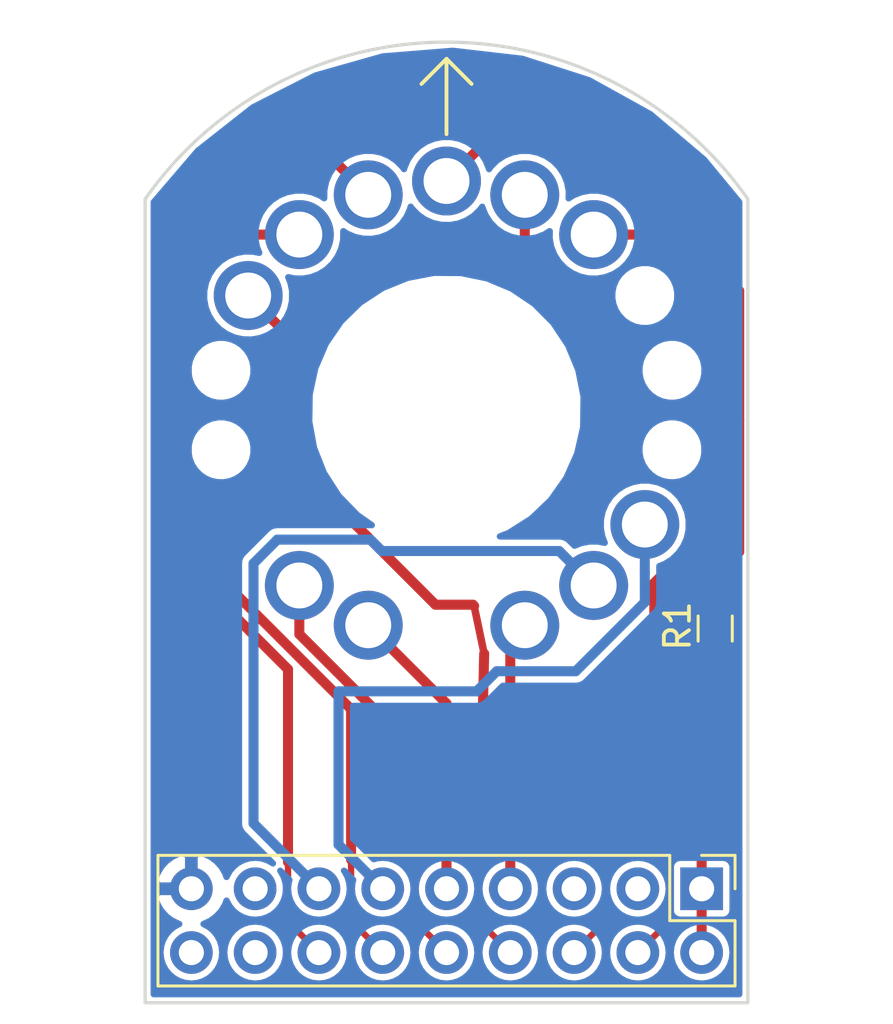
<source format=kicad_pcb>
(kicad_pcb (version 4) (host pcbnew 4.0.7)

  (general
    (links 13)
    (no_connects 0)
    (area 147.956499 103.068632 172.083501 141.443501)
    (thickness 1.6002)
    (drawings 7)
    (tracks 87)
    (zones 0)
    (modules 4)
    (nets 19)
  )

  (page A4)
  (layers
    (0 F.Cu signal)
    (31 B.Cu signal)
    (34 B.Paste user)
    (35 F.Paste user)
    (36 B.SilkS user)
    (37 F.SilkS user)
    (38 B.Mask user)
    (39 F.Mask user)
    (40 Dwgs.User user)
    (44 Edge.Cuts user)
  )

  (setup
    (last_trace_width 0.4)
    (user_trace_width 0.1524)
    (user_trace_width 0.2)
    (user_trace_width 0.25)
    (user_trace_width 0.3)
    (user_trace_width 0.4)
    (user_trace_width 0.5)
    (user_trace_width 0.6)
    (user_trace_width 0.8)
    (trace_clearance 0.254)
    (zone_clearance 0.1524)
    (zone_45_only no)
    (trace_min 0.1524)
    (segment_width 0.127)
    (edge_width 0.127)
    (via_size 0.6858)
    (via_drill 0.3302)
    (via_min_size 0.6858)
    (via_min_drill 0.3302)
    (uvia_size 0.508)
    (uvia_drill 0.127)
    (uvias_allowed no)
    (uvia_min_size 0.508)
    (uvia_min_drill 0.127)
    (pcb_text_width 0.127)
    (pcb_text_size 0.6 0.6)
    (mod_edge_width 0.127)
    (mod_text_size 0.6 0.6)
    (mod_text_width 0.127)
    (pad_size 1.524 1.524)
    (pad_drill 0.762)
    (pad_to_mask_clearance 0.05)
    (pad_to_paste_clearance -0.04)
    (aux_axis_origin 0 0)
    (grid_origin 160.02 119.38)
    (visible_elements 7FFFFF7F)
    (pcbplotparams
      (layerselection 0x3ffff_80000001)
      (usegerberextensions true)
      (usegerberattributes true)
      (excludeedgelayer true)
      (linewidth 0.127000)
      (plotframeref false)
      (viasonmask false)
      (mode 1)
      (useauxorigin false)
      (hpglpennumber 1)
      (hpglpenspeed 20)
      (hpglpendiameter 15)
      (hpglpenoverlay 2)
      (psnegative false)
      (psa4output false)
      (plotreference true)
      (plotvalue true)
      (plotinvisibletext false)
      (padsonsilk false)
      (subtractmaskfromsilk false)
      (outputformat 1)
      (mirror false)
      (drillshape 0)
      (scaleselection 1)
      (outputdirectory CAM/))
  )

  (net 0 "")
  (net 1 +5V)
  (net 2 GND)
  (net 3 /Anode)
  (net 4 /Din)
  (net 5 "Net-(J1-Pad3)")
  (net 6 /HV6)
  (net 7 /HV5)
  (net 8 /HV10)
  (net 9 /HV4)
  (net 10 /HV9)
  (net 11 /HV3)
  (net 12 /HV8)
  (net 13 /HV2)
  (net 14 /HV7)
  (net 15 /HV1)
  (net 16 "Net-(J1-Pad15)")
  (net 17 "Net-(J1-Pad5)")
  (net 18 "Net-(NX1-Pad12)")

  (net_class Default "Imperial - this is the standard class"
    (clearance 0.254)
    (trace_width 0.254)
    (via_dia 0.6858)
    (via_drill 0.3302)
    (uvia_dia 0.508)
    (uvia_drill 0.127)
    (add_net +5V)
    (add_net /Anode)
    (add_net /Din)
    (add_net /HV1)
    (add_net /HV10)
    (add_net /HV2)
    (add_net /HV3)
    (add_net /HV4)
    (add_net /HV5)
    (add_net /HV6)
    (add_net /HV7)
    (add_net /HV8)
    (add_net /HV9)
    (add_net GND)
    (add_net "Net-(J1-Pad15)")
    (add_net "Net-(J1-Pad3)")
    (add_net "Net-(J1-Pad5)")
    (add_net "Net-(NX1-Pad12)")
  )

  (net_class 0.2mm ""
    (clearance 0.2)
    (trace_width 0.2)
    (via_dia 0.6858)
    (via_drill 0.3302)
    (uvia_dia 0.508)
    (uvia_drill 0.127)
  )

  (net_class Minimal ""
    (clearance 0.1524)
    (trace_width 0.1524)
    (via_dia 0.6858)
    (via_drill 0.3302)
    (uvia_dia 0.508)
    (uvia_drill 0.127)
  )

  (module Pin_Headers:Pin_Header_Straight_2x09_Pitch2.54mm (layer F.Cu) (tedit 5B2D8862) (tstamp 5A3BE88D)
    (at 170.18 136.84 270)
    (descr "Through hole straight pin header, 2x09, 2.54mm pitch, double rows")
    (tags "Through hole pin header THT 2x09 2.54mm double row")
    (path /5A39B530)
    (fp_text reference J1 (at -2.26 9.96 360) (layer F.SilkS) hide
      (effects (font (size 1 1) (thickness 0.15)))
    )
    (fp_text value Nixie (at 1.27 22.65 270) (layer F.Fab)
      (effects (font (size 1 1) (thickness 0.15)))
    )
    (fp_line (start 0 -1.27) (end 3.81 -1.27) (layer F.Fab) (width 0.1))
    (fp_line (start 3.81 -1.27) (end 3.81 21.59) (layer F.Fab) (width 0.1))
    (fp_line (start 3.81 21.59) (end -1.27 21.59) (layer F.Fab) (width 0.1))
    (fp_line (start -1.27 21.59) (end -1.27 0) (layer F.Fab) (width 0.1))
    (fp_line (start -1.27 0) (end 0 -1.27) (layer F.Fab) (width 0.1))
    (fp_line (start -1.33 21.65) (end 3.87 21.65) (layer F.SilkS) (width 0.12))
    (fp_line (start -1.33 1.27) (end -1.33 21.65) (layer F.SilkS) (width 0.12))
    (fp_line (start 3.87 -1.33) (end 3.87 21.65) (layer F.SilkS) (width 0.12))
    (fp_line (start -1.33 1.27) (end 1.27 1.27) (layer F.SilkS) (width 0.12))
    (fp_line (start 1.27 1.27) (end 1.27 -1.33) (layer F.SilkS) (width 0.12))
    (fp_line (start 1.27 -1.33) (end 3.87 -1.33) (layer F.SilkS) (width 0.12))
    (fp_line (start -1.33 0) (end -1.33 -1.33) (layer F.SilkS) (width 0.12))
    (fp_line (start -1.33 -1.33) (end 0 -1.33) (layer F.SilkS) (width 0.12))
    (fp_line (start -1.8 -1.8) (end -1.8 22.1) (layer F.CrtYd) (width 0.05))
    (fp_line (start -1.8 22.1) (end 4.35 22.1) (layer F.CrtYd) (width 0.05))
    (fp_line (start 4.35 22.1) (end 4.35 -1.8) (layer F.CrtYd) (width 0.05))
    (fp_line (start 4.35 -1.8) (end -1.8 -1.8) (layer F.CrtYd) (width 0.05))
    (fp_text user %R (at 1.27 10.16 360) (layer F.Fab)
      (effects (font (size 1 1) (thickness 0.15)))
    )
    (pad 1 thru_hole rect (at 0 0 270) (size 1.7 1.7) (drill 1) (layers *.Cu *.Mask)
      (net 3 /Anode))
    (pad 2 thru_hole oval (at 2.54 0 270) (size 1.7 1.7) (drill 1) (layers *.Cu *.Mask)
      (net 3 /Anode))
    (pad 3 thru_hole oval (at 0 2.54 270) (size 1.7 1.7) (drill 1) (layers *.Cu *.Mask)
      (net 5 "Net-(J1-Pad3)"))
    (pad 4 thru_hole oval (at 2.54 2.54 270) (size 1.7 1.7) (drill 1) (layers *.Cu *.Mask)
      (net 6 /HV6))
    (pad 5 thru_hole oval (at 0 5.08 270) (size 1.7 1.7) (drill 1) (layers *.Cu *.Mask)
      (net 17 "Net-(J1-Pad5)"))
    (pad 6 thru_hole oval (at 2.54 5.08 270) (size 1.7 1.7) (drill 1) (layers *.Cu *.Mask)
      (net 7 /HV5))
    (pad 7 thru_hole oval (at 0 7.62 270) (size 1.7 1.7) (drill 1) (layers *.Cu *.Mask)
      (net 8 /HV10))
    (pad 8 thru_hole oval (at 2.54 7.62 270) (size 1.7 1.7) (drill 1) (layers *.Cu *.Mask)
      (net 9 /HV4))
    (pad 9 thru_hole oval (at 0 10.16 270) (size 1.7 1.7) (drill 1) (layers *.Cu *.Mask)
      (net 10 /HV9))
    (pad 10 thru_hole oval (at 2.54 10.16 270) (size 1.7 1.7) (drill 1) (layers *.Cu *.Mask)
      (net 11 /HV3))
    (pad 11 thru_hole oval (at 0 12.7 270) (size 1.7 1.7) (drill 1) (layers *.Cu *.Mask)
      (net 12 /HV8))
    (pad 12 thru_hole oval (at 2.54 12.7 270) (size 1.7 1.7) (drill 1) (layers *.Cu *.Mask)
      (net 13 /HV2))
    (pad 13 thru_hole oval (at 0 15.24 270) (size 1.7 1.7) (drill 1) (layers *.Cu *.Mask)
      (net 14 /HV7))
    (pad 14 thru_hole oval (at 2.54 15.24 270) (size 1.7 1.7) (drill 1) (layers *.Cu *.Mask)
      (net 15 /HV1))
    (pad 15 thru_hole oval (at 0 17.78 270) (size 1.7 1.7) (drill 1) (layers *.Cu *.Mask)
      (net 16 "Net-(J1-Pad15)"))
    (pad 16 thru_hole oval (at 2.54 17.78 270) (size 1.7 1.7) (drill 1) (layers *.Cu *.Mask)
      (net 4 /Din))
    (pad 17 thru_hole oval (at 0 20.32 270) (size 1.7 1.7) (drill 1) (layers *.Cu *.Mask)
      (net 2 GND))
    (pad 18 thru_hole oval (at 2.54 20.32 270) (size 1.7 1.7) (drill 1) (layers *.Cu *.Mask)
      (net 1 +5V))
    (model Pin_Headers.3dshapes/Pin_Header_Angled_2x09_Pitch2.54mm.wrl
      (at (xyz 0 0 -0.12))
      (scale (xyz 1 1 -1))
      (rotate (xyz 0 0 0))
    )
  )

  (module Resistors_SMD:R_0603_HandSoldering (layer F.Cu) (tedit 58E0A804) (tstamp 5A3BEDA9)
    (at 170.72 126.48 270)
    (descr "Resistor SMD 0603, hand soldering")
    (tags "resistor 0603")
    (path /592C7A6F)
    (attr smd)
    (fp_text reference R1 (at -0.1 1.5 270) (layer F.SilkS)
      (effects (font (size 1 1) (thickness 0.15)))
    )
    (fp_text value 27K (at 0 1.55 270) (layer F.Fab)
      (effects (font (size 1 1) (thickness 0.15)))
    )
    (fp_text user %R (at 0 0 270) (layer F.Fab)
      (effects (font (size 0.4 0.4) (thickness 0.075)))
    )
    (fp_line (start -0.8 0.4) (end -0.8 -0.4) (layer F.Fab) (width 0.1))
    (fp_line (start 0.8 0.4) (end -0.8 0.4) (layer F.Fab) (width 0.1))
    (fp_line (start 0.8 -0.4) (end 0.8 0.4) (layer F.Fab) (width 0.1))
    (fp_line (start -0.8 -0.4) (end 0.8 -0.4) (layer F.Fab) (width 0.1))
    (fp_line (start 0.5 0.68) (end -0.5 0.68) (layer F.SilkS) (width 0.12))
    (fp_line (start -0.5 -0.68) (end 0.5 -0.68) (layer F.SilkS) (width 0.12))
    (fp_line (start -1.96 -0.7) (end 1.95 -0.7) (layer F.CrtYd) (width 0.05))
    (fp_line (start -1.96 -0.7) (end -1.96 0.7) (layer F.CrtYd) (width 0.05))
    (fp_line (start 1.95 0.7) (end 1.95 -0.7) (layer F.CrtYd) (width 0.05))
    (fp_line (start 1.95 0.7) (end -1.96 0.7) (layer F.CrtYd) (width 0.05))
    (pad 1 smd rect (at -1.1 0 270) (size 1.2 0.9) (layers F.Cu F.Paste F.Mask)
      (net 18 "Net-(NX1-Pad12)"))
    (pad 2 smd rect (at 1.1 0 270) (size 1.2 0.9) (layers F.Cu F.Paste F.Mask)
      (net 3 /Anode))
    (model ${KISYS3DMOD}/Resistors_SMD.3dshapes/R_0603.wrl
      (at (xyz 0 0 0))
      (scale (xyz 1 1 1))
      (rotate (xyz 0 0 0))
    )
  )

  (module logos:mermaid_l (layer B.Cu) (tedit 0) (tstamp 5A3BEF0C)
    (at 164.82 132.38 180)
    (fp_text reference G*** (at 0 0 180) (layer B.SilkS) hide
      (effects (font (thickness 0.3)) (justify mirror))
    )
    (fp_text value LOGO (at 0.75 0 180) (layer B.SilkS) hide
      (effects (font (thickness 0.3)) (justify mirror))
    )
    (fp_poly (pts (xy 0.016811 3.773536) (xy 0.035492 3.771585) (xy 0.039687 3.770741) (xy 0.079417 3.757244)
      (xy 0.111324 3.737775) (xy 0.124832 3.725513) (xy 0.142677 3.704599) (xy 0.153161 3.684612)
      (xy 0.15793 3.661447) (xy 0.15875 3.64097) (xy 0.158058 3.61993) (xy 0.155124 3.604749)
      (xy 0.148654 3.590748) (xy 0.141938 3.580059) (xy 0.122141 3.557766) (xy 0.098998 3.544256)
      (xy 0.074141 3.539962) (xy 0.049199 3.545313) (xy 0.036501 3.55221) (xy 0.025568 3.560763)
      (xy 0.019906 3.570026) (xy 0.017449 3.584153) (xy 0.016932 3.59157) (xy 0.016648 3.608477)
      (xy 0.018904 3.618133) (xy 0.024587 3.623743) (xy 0.026084 3.624592) (xy 0.039465 3.627784)
      (xy 0.050441 3.626922) (xy 0.059967 3.622881) (xy 0.061919 3.615123) (xy 0.060823 3.608777)
      (xy 0.060289 3.596153) (xy 0.064906 3.590901) (xy 0.073078 3.592235) (xy 0.083211 3.599369)
      (xy 0.093713 3.61152) (xy 0.102989 3.6279) (xy 0.103896 3.629997) (xy 0.108418 3.643365)
      (xy 0.108287 3.6547) (xy 0.103467 3.669685) (xy 0.087643 3.698859) (xy 0.064252 3.721926)
      (xy 0.050164 3.731216) (xy 0.036916 3.737802) (xy 0.022748 3.741623) (xy 0.004134 3.743365)
      (xy -0.014288 3.743716) (xy -0.040147 3.742911) (xy -0.057394 3.740394) (xy -0.064294 3.73724)
      (xy -0.073648 3.731439) (xy -0.077728 3.730626) (xy -0.088165 3.726605) (xy -0.102163 3.716065)
      (xy -0.117406 3.701291) (xy -0.131579 3.684564) (xy -0.142367 3.668169) (xy -0.143717 3.665542)
      (xy -0.151883 3.648712) (xy -0.159332 3.633251) (xy -0.163088 3.620111) (xy -0.165384 3.598867)
      (xy -0.16631 3.568514) (xy -0.166318 3.553876) (xy -0.166026 3.5265) (xy -0.165145 3.506715)
      (xy -0.163111 3.491529) (xy -0.159359 3.477949) (xy -0.153324 3.462983) (xy -0.14625 3.447521)
      (xy -0.121753 3.405235) (xy -0.0903 3.36927) (xy -0.051325 3.33924) (xy -0.004264 3.314759)
      (xy 0.051447 3.295441) (xy 0.089958 3.28602) (xy 0.119366 3.282227) (xy 0.156195 3.281263)
      (xy 0.197719 3.282946) (xy 0.241212 3.28709) (xy 0.283951 3.293513) (xy 0.321687 3.301638)
      (xy 0.342155 3.307861) (xy 0.360849 3.315263) (xy 0.376278 3.322945) (xy 0.386953 3.330006)
      (xy 0.391385 3.335547) (xy 0.388082 3.338667) (xy 0.383597 3.339042) (xy 0.373649 3.342219)
      (xy 0.357833 3.350734) (xy 0.338335 3.36306) (xy 0.317344 3.377673) (xy 0.297047 3.393046)
      (xy 0.279632 3.407655) (xy 0.267286 3.419973) (xy 0.26692 3.420407) (xy 0.246827 3.446164)
      (xy 0.232225 3.469838) (xy 0.221889 3.494463) (xy 0.214597 3.523071) (xy 0.209127 3.558694)
      (xy 0.208269 3.565849) (xy 0.208225 3.599519) (xy 0.214696 3.635439) (xy 0.226608 3.670269)
      (xy 0.242885 3.700666) (xy 0.257355 3.718587) (xy 0.284712 3.739246) (xy 0.316451 3.752322)
      (xy 0.350326 3.757709) (xy 0.384089 3.755304) (xy 0.415495 3.745003) (xy 0.441854 3.727116)
      (xy 0.456743 3.708989) (xy 0.464158 3.687733) (xy 0.465666 3.667574) (xy 0.46447 3.649678)
      (xy 0.459418 3.636679) (xy 0.44831 3.623019) (xy 0.447843 3.622523) (xy 0.432662 3.60928)
      (xy 0.418526 3.60395) (xy 0.413448 3.603625) (xy 0.394908 3.608269) (xy 0.381565 3.620647)
      (xy 0.375782 3.638431) (xy 0.375708 3.640833) (xy 0.378805 3.655072) (xy 0.386689 3.660815)
      (xy 0.397247 3.657238) (xy 0.40302 3.65151) (xy 0.411119 3.643576) (xy 0.417703 3.64383)
      (xy 0.420717 3.645984) (xy 0.426691 3.656909) (xy 0.428309 3.673525) (xy 0.425542 3.691863)
      (xy 0.421138 3.703294) (xy 0.410709 3.716673) (xy 0.399156 3.725521) (xy 0.381042 3.731036)
      (xy 0.358057 3.732598) (xy 0.335132 3.730244) (xy 0.318905 3.724949) (xy 0.298369 3.711409)
      (xy 0.278961 3.693672) (xy 0.264484 3.675356) (xy 0.26187 3.670693) (xy 0.258107 3.658302)
      (xy 0.255508 3.640465) (xy 0.254155 3.620218) (xy 0.254128 3.6006) (xy 0.25551 3.584648)
      (xy 0.258381 3.5754) (xy 0.259291 3.574521) (xy 0.263387 3.567227) (xy 0.264583 3.558334)
      (xy 0.266434 3.54854) (xy 0.269875 3.545417) (xy 0.274956 3.541344) (xy 0.275166 3.539772)
      (xy 0.278369 3.532005) (xy 0.286651 3.519125) (xy 0.298022 3.503894) (xy 0.310492 3.489074)
      (xy 0.315691 3.483521) (xy 0.332808 3.469181) (xy 0.356966 3.453086) (xy 0.385192 3.436898)
      (xy 0.41451 3.422278) (xy 0.441945 3.410886) (xy 0.451563 3.407656) (xy 0.513508 3.39253)
      (xy 0.572008 3.386659) (xy 0.6285 3.390216) (xy 0.684423 3.403376) (xy 0.741216 3.42631)
      (xy 0.78052 3.447259) (xy 0.817352 3.46804) (xy 0.848125 3.483558) (xy 0.875501 3.494552)
      (xy 0.902139 3.501759) (xy 0.9307 3.505917) (xy 0.963843 3.507764) (xy 0.999762 3.50806)
      (xy 1.029829 3.507596) (xy 1.058475 3.506543) (xy 1.08289 3.505047) (xy 1.100268 3.50325)
      (xy 1.103312 3.502746) (xy 1.124251 3.498943) (xy 1.148566 3.494739) (xy 1.16152 3.492588)
      (xy 1.183437 3.488718) (xy 1.205109 3.484407) (xy 1.21576 3.482026) (xy 1.242534 3.475574)
      (xy 1.261268 3.470981) (xy 1.27422 3.467665) (xy 1.283649 3.465044) (xy 1.29181 3.462534)
      (xy 1.293812 3.46189) (xy 1.330054 3.447173) (xy 1.362613 3.428217) (xy 1.390124 3.406284)
      (xy 1.411222 3.382636) (xy 1.42454 3.358536) (xy 1.428749 3.337087) (xy 1.430965 3.31796)
      (xy 1.436932 3.293293) (xy 1.445634 3.266996) (xy 1.4496 3.257021) (xy 1.460028 3.223921)
      (xy 1.465344 3.188889) (xy 1.465701 3.173183) (xy 1.465206 3.152449) (xy 1.465622 3.140318)
      (xy 1.467505 3.134815) (xy 1.471411 3.133966) (xy 1.476375 3.135313) (xy 1.485246 3.136563)
      (xy 1.485546 3.132317) (xy 1.477379 3.123141) (xy 1.473497 3.119686) (xy 1.464568 3.110292)
      (xy 1.463129 3.101507) (xy 1.465406 3.093994) (xy 1.472998 3.082438) (xy 1.485846 3.06985)
      (xy 1.491895 3.065257) (xy 1.507592 3.051442) (xy 1.513053 3.038041) (xy 1.508312 3.023896)
      (xy 1.493572 3.007997) (xy 1.481954 2.996879) (xy 1.477871 2.989625) (xy 1.480148 2.984092)
      (xy 1.480343 2.983889) (xy 1.48489 2.973373) (xy 1.486712 2.956585) (xy 1.485771 2.93749)
      (xy 1.482027 2.920051) (xy 1.481007 2.917281) (xy 1.468042 2.883178) (xy 1.459777 2.85676)
      (xy 1.455764 2.836468) (xy 1.455208 2.827306) (xy 1.451635 2.812089) (xy 1.440656 2.801224)
      (xy 1.433744 2.797314) (xy 1.425278 2.794661) (xy 1.41333 2.793085) (xy 1.395971 2.79241)
      (xy 1.371273 2.792457) (xy 1.349375 2.792809) (xy 1.31873 2.793255) (xy 1.296659 2.793112)
      (xy 1.281157 2.792186) (xy 1.270221 2.790279) (xy 1.261849 2.787196) (xy 1.255447 2.783626)
      (xy 1.244268 2.774775) (xy 1.238474 2.766405) (xy 1.23825 2.764974) (xy 1.235863 2.757876)
      (xy 1.233805 2.756959) (xy 1.229201 2.752098) (xy 1.223916 2.739092) (xy 1.218503 2.720308)
      (xy 1.213515 2.698112) (xy 1.209506 2.674871) (xy 1.207028 2.652951) (xy 1.2065 2.640132)
      (xy 1.207874 2.614203) (xy 1.211589 2.582523) (xy 1.217032 2.549504) (xy 1.222776 2.522803)
      (xy 1.235661 2.473043) (xy 1.247332 2.433315) (xy 1.257929 2.403156) (xy 1.259293 2.399771)
      (xy 1.264013 2.387513) (xy 1.269636 2.371955) (xy 1.270086 2.370667) (xy 1.278721 2.347809)
      (xy 1.289907 2.322021) (xy 1.304888 2.290463) (xy 1.308378 2.283355) (xy 1.317963 2.259043)
      (xy 1.323702 2.234224) (xy 1.325348 2.211548) (xy 1.322652 2.19366) (xy 1.317561 2.184909)
      (xy 1.307186 2.176016) (xy 1.292853 2.165074) (xy 1.277255 2.153968) (xy 1.263087 2.144581)
      (xy 1.253044 2.138797) (xy 1.250232 2.137834) (xy 1.242386 2.13401) (xy 1.231208 2.124466)
      (xy 1.219519 2.11209) (xy 1.21014 2.099773) (xy 1.206613 2.093154) (xy 1.204218 2.073293)
      (xy 1.210459 2.048342) (xy 1.211685 2.04523) (xy 1.220793 2.023791) (xy 1.23213 1.998543)
      (xy 1.244765 1.971403) (xy 1.257766 1.944284) (xy 1.270202 1.9191) (xy 1.281142 1.897767)
      (xy 1.289653 1.882198) (xy 1.294804 1.874308) (xy 1.294911 1.874195) (xy 1.300737 1.866426)
      (xy 1.30175 1.863411) (xy 1.305702 1.855954) (xy 1.316422 1.843726) (xy 1.332206 1.828296)
      (xy 1.351351 1.811235) (xy 1.372151 1.794113) (xy 1.392903 1.778501) (xy 1.397 1.775628)
      (xy 1.412481 1.764474) (xy 1.432822 1.749179) (xy 1.456251 1.731147) (xy 1.480994 1.711783)
      (xy 1.505277 1.692489) (xy 1.527327 1.674669) (xy 1.54537 1.659728) (xy 1.557633 1.649068)
      (xy 1.561041 1.645785) (xy 1.566531 1.641261) (xy 1.577559 1.632846) (xy 1.584854 1.62743)
      (xy 1.599074 1.616479) (xy 1.610642 1.606732) (xy 1.613958 1.603563) (xy 1.621166 1.597319)
      (xy 1.63503 1.586326) (xy 1.653625 1.57203) (xy 1.675029 1.555881) (xy 1.697317 1.539326)
      (xy 1.718566 1.523814) (xy 1.736854 1.510793) (xy 1.740958 1.507944) (xy 1.75542 1.497422)
      (xy 1.767734 1.487559) (xy 1.769672 1.48584) (xy 1.781335 1.477351) (xy 1.789516 1.473434)
      (xy 1.797549 1.469117) (xy 1.799166 1.466423) (xy 1.803588 1.462135) (xy 1.814535 1.456503)
      (xy 1.817687 1.455209) (xy 1.829662 1.449593) (xy 1.835937 1.444862) (xy 1.836208 1.4441)
      (xy 1.840779 1.440501) (xy 1.852852 1.434525) (xy 1.869967 1.42737) (xy 1.872824 1.426267)
      (xy 1.88894 1.420424) (xy 1.902804 1.416562) (xy 1.917198 1.414357) (xy 1.934907 1.413483)
      (xy 1.958714 1.413615) (xy 1.977334 1.414048) (xy 2.011477 1.415666) (xy 2.050591 1.418652)
      (xy 2.089221 1.422539) (xy 2.114726 1.425785) (xy 2.14488 1.42989) (xy 2.16751 1.432256)
      (xy 2.18552 1.432964) (xy 2.201812 1.432095) (xy 2.219288 1.429731) (xy 2.224528 1.428856)
      (xy 2.245404 1.424861) (xy 2.257747 1.421152) (xy 2.263552 1.416902) (xy 2.264833 1.412127)
      (xy 2.263508 1.406717) (xy 2.257986 1.403732) (xy 2.245944 1.402491) (xy 2.231409 1.402292)
      (xy 2.207764 1.401303) (xy 2.182238 1.398663) (xy 2.158033 1.394866) (xy 2.138355 1.390404)
      (xy 2.12725 1.386276) (xy 2.123304 1.383434) (xy 2.123829 1.381057) (xy 2.130164 1.378752)
      (xy 2.143652 1.376125) (xy 2.165634 1.37278) (xy 2.180166 1.370725) (xy 2.208747 1.366286)
      (xy 2.230983 1.361492) (xy 2.251087 1.355226) (xy 2.27327 1.34637) (xy 2.275416 1.345449)
      (xy 2.291879 1.337058) (xy 2.307873 1.326809) (xy 2.32072 1.316668) (xy 2.327745 1.308602)
      (xy 2.328333 1.306591) (xy 2.323743 1.304335) (xy 2.312281 1.304011) (xy 2.297402 1.305252)
      (xy 2.282566 1.307694) (xy 2.271229 1.31097) (xy 2.267743 1.312991) (xy 2.258675 1.31683)
      (xy 2.251604 1.317626) (xy 2.239817 1.320172) (xy 2.234786 1.323331) (xy 2.225761 1.326846)
      (xy 2.213884 1.326984) (xy 2.204136 1.325219) (xy 2.204029 1.323129) (xy 2.20927 1.320799)
      (xy 2.23606 1.310129) (xy 2.25511 1.301894) (xy 2.268643 1.294964) (xy 2.278885 1.288209)
      (xy 2.287322 1.281169) (xy 2.296853 1.2715) (xy 2.301715 1.264499) (xy 2.301875 1.263719)
      (xy 2.297454 1.259587) (xy 2.285098 1.260225) (xy 2.266162 1.265338) (xy 2.242005 1.274631)
      (xy 2.232778 1.27872) (xy 2.210862 1.287938) (xy 2.195226 1.292907) (xy 2.186673 1.293593)
      (xy 2.186011 1.289959) (xy 2.194044 1.28197) (xy 2.19612 1.28034) (xy 2.207237 1.273141)
      (xy 2.215319 1.270118) (xy 2.221801 1.265714) (xy 2.226876 1.256324) (xy 2.227791 1.251047)
      (xy 2.223516 1.248302) (xy 2.212505 1.249392) (xy 2.197482 1.253408) (xy 2.181171 1.259436)
      (xy 2.166296 1.266566) (xy 2.15558 1.273887) (xy 2.153708 1.275833) (xy 2.146702 1.280288)
      (xy 2.132687 1.286789) (xy 2.114695 1.294037) (xy 2.095756 1.300732) (xy 2.095124 1.300937)
      (xy 2.07869 1.304461) (xy 2.057774 1.306667) (xy 2.046312 1.307042) (xy 2.028903 1.306558)
      (xy 2.018807 1.304253) (xy 2.012768 1.298853) (xy 2.009183 1.29249) (xy 2.005287 1.278785)
      (xy 2.008579 1.265874) (xy 2.019902 1.252443) (xy 2.040101 1.237179) (xy 2.048014 1.232048)
      (xy 2.069352 1.218173) (xy 2.083328 1.207722) (xy 2.091758 1.198848) (xy 2.096459 1.189706)
      (xy 2.098878 1.180349) (xy 2.099775 1.168122) (xy 2.095521 1.163627) (xy 2.094838 1.16354)
      (xy 2.077123 1.165005) (xy 2.064663 1.173081) (xy 2.054291 1.180457) (xy 2.036679 1.190046)
      (xy 2.014573 1.20055) (xy 1.990717 1.210671) (xy 1.967857 1.219114) (xy 1.965854 1.219776)
      (xy 1.928101 1.233609) (xy 1.898307 1.248381) (xy 1.87387 1.26573) (xy 1.852189 1.287294)
      (xy 1.844908 1.29597) (xy 1.82922 1.314316) (xy 1.813605 1.330793) (xy 1.80082 1.342542)
      (xy 1.797992 1.344686) (xy 1.786309 1.353213) (xy 1.778836 1.359346) (xy 1.778 1.360236)
      (xy 1.771224 1.365606) (xy 1.75693 1.374794) (xy 1.736985 1.386729) (xy 1.713259 1.400343)
      (xy 1.687619 1.414565) (xy 1.661936 1.428326) (xy 1.638076 1.440557) (xy 1.635125 1.442019)
      (xy 1.587553 1.46584) (xy 1.546283 1.487396) (xy 1.507857 1.50852) (xy 1.481666 1.52353)
      (xy 1.464862 1.532936) (xy 1.450648 1.540248) (xy 1.443302 1.543429) (xy 1.435482 1.548118)
      (xy 1.434041 1.551076) (xy 1.429946 1.555562) (xy 1.42835 1.55575) (xy 1.421455 1.558368)
      (xy 1.407463 1.565519) (xy 1.388265 1.576151) (xy 1.365753 1.589212) (xy 1.341819 1.60365)
      (xy 1.338081 1.605957) (xy 1.328838 1.611626) (xy 1.314356 1.620452) (xy 1.303686 1.626934)
      (xy 1.289183 1.635949) (xy 1.278713 1.64286) (xy 1.275291 1.645485) (xy 1.269816 1.650117)
      (xy 1.258818 1.65865) (xy 1.251479 1.66417) (xy 1.234056 1.677274) (xy 1.220686 1.687881)
      (xy 1.208649 1.698391) (xy 1.195222 1.711206) (xy 1.177684 1.728725) (xy 1.173427 1.733021)
      (xy 1.154691 1.753203) (xy 1.136473 1.774958) (xy 1.121826 1.794574) (xy 1.117957 1.80049)
      (xy 1.107458 1.815879) (xy 1.098096 1.826821) (xy 1.091977 1.830917) (xy 1.085418 1.828569)
      (xy 1.084785 1.826948) (xy 1.081627 1.820717) (xy 1.073818 1.810294) (xy 1.071556 1.807605)
      (xy 1.063024 1.796859) (xy 1.058535 1.789598) (xy 1.058333 1.788759) (xy 1.055116 1.78268)
      (xy 1.048847 1.77503) (xy 1.038358 1.760344) (xy 1.026121 1.737991) (xy 1.013216 1.710506)
      (xy 1.00072 1.680421) (xy 0.989714 1.650268) (xy 0.981275 1.622581) (xy 0.977986 1.608667)
      (xy 0.968972 1.562362) (xy 0.962328 1.523365) (xy 0.95779 1.488735) (xy 0.955093 1.45553)
      (xy 0.953972 1.420809) (xy 0.954162 1.38163) (xy 0.954874 1.352021) (xy 0.955956 1.318336)
      (xy 0.957154 1.287144) (xy 0.958377 1.260422) (xy 0.959534 1.240144) (xy 0.960534 1.228284)
      (xy 0.960617 1.227667) (xy 0.961429 1.217554) (xy 0.962358 1.198447) (xy 0.96335 1.171939)
      (xy 0.964353 1.139617) (xy 0.96531 1.103071) (xy 0.96617 1.063891) (xy 0.966176 1.063625)
      (xy 0.966988 1.016579) (xy 0.967314 0.977779) (xy 0.967075 0.9449) (xy 0.96619 0.915612)
      (xy 0.964579 0.887587) (xy 0.962164 0.858498) (xy 0.958863 0.826017) (xy 0.95765 0.814917)
      (xy 0.951084 0.75682) (xy 0.945176 0.707679) (xy 0.939682 0.665903) (xy 0.934356 0.629902)
      (xy 0.928956 0.598088) (xy 0.923235 0.56887) (xy 0.916949 0.54066) (xy 0.912885 0.523875)
      (xy 0.906794 0.498662) (xy 0.901413 0.475129) (xy 0.897462 0.456489) (xy 0.895973 0.44834)
      (xy 0.892856 0.434708) (xy 0.889085 0.426281) (xy 0.888285 0.425538) (xy 0.884592 0.418555)
      (xy 0.883669 0.411115) (xy 0.882028 0.401383) (xy 0.877635 0.38436) (xy 0.871226 0.362746)
      (xy 0.866028 0.346605) (xy 0.857767 0.321534) (xy 0.84996 0.297435) (xy 0.843739 0.277819)
      (xy 0.841302 0.269875) (xy 0.836378 0.25453) (xy 0.832191 0.243342) (xy 0.830942 0.240771)
      (xy 0.827336 0.232696) (xy 0.822295 0.21902) (xy 0.820702 0.214313) (xy 0.81395 0.195276)
      (xy 0.806669 0.176625) (xy 0.80583 0.174625) (xy 0.798972 0.158321) (xy 0.792944 0.14374)
      (xy 0.792593 0.142875) (xy 0.786649 0.129107) (xy 0.782549 0.120458) (xy 0.778574 0.110063)
      (xy 0.777875 0.105842) (xy 0.775639 0.099184) (xy 0.769428 0.084596) (xy 0.759982 0.063622)
      (xy 0.748042 0.037806) (xy 0.734349 0.008691) (xy 0.719644 -0.022178) (xy 0.704668 -0.053257)
      (xy 0.690162 -0.083002) (xy 0.676867 -0.10987) (xy 0.665523 -0.132316) (xy 0.656873 -0.148797)
      (xy 0.651656 -0.157769) (xy 0.650888 -0.15875) (xy 0.64704 -0.164585) (xy 0.640139 -0.176579)
      (xy 0.635415 -0.185208) (xy 0.622667 -0.207639) (xy 0.605809 -0.235506) (xy 0.586295 -0.266573)
      (xy 0.565581 -0.298607) (xy 0.545121 -0.329373) (xy 0.52637 -0.356639) (xy 0.510784 -0.378168)
      (xy 0.504464 -0.386291) (xy 0.49882 -0.393433) (xy 0.48822 -0.406992) (xy 0.474188 -0.425014)
      (xy 0.458423 -0.445321) (xy 0.386268 -0.531586) (xy 0.305323 -0.615902) (xy 0.217382 -0.696433)
      (xy 0.193138 -0.716902) (xy 0.177764 -0.729736) (xy 0.165728 -0.739925) (xy 0.159212 -0.745619)
      (xy 0.15875 -0.74607) (xy 0.15364 -0.750212) (xy 0.141905 -0.75919) (xy 0.125441 -0.771566)
      (xy 0.111125 -0.782215) (xy 0.091503 -0.796811) (xy 0.074346 -0.809688) (xy 0.061903 -0.819151)
      (xy 0.057234 -0.822811) (xy 0.046348 -0.830914) (xy 0.033422 -0.839659) (xy 0.019429 -0.849492)
      (xy 0.008262 -0.85853) (xy -0.00115 -0.865562) (xy -0.006772 -0.867833) (xy -0.013177 -0.871028)
      (xy -0.024494 -0.879231) (xy -0.033185 -0.886354) (xy -0.046046 -0.896711) (xy -0.055853 -0.903433)
      (xy -0.059243 -0.904875) (xy -0.065136 -0.907527) (xy -0.076973 -0.9143) (xy -0.09191 -0.923419)
      (xy -0.107104 -0.933106) (xy -0.119711 -0.941585) (xy -0.126887 -0.947081) (xy -0.127 -0.947193)
      (xy -0.133129 -0.951521) (xy -0.142875 -0.957378) (xy -0.152011 -0.962765) (xy -0.168175 -0.972485)
      (xy -0.189376 -0.985333) (xy -0.213623 -1.000104) (xy -0.223801 -1.006326) (xy -0.247553 -1.020777)
      (xy -0.267952 -1.033032) (xy -0.283378 -1.04213) (xy -0.292207 -1.047106) (xy -0.293632 -1.04775)
      (xy -0.298902 -1.050229) (xy -0.310818 -1.056768) (xy -0.326931 -1.066017) (xy -0.328991 -1.067222)
      (xy -0.356603 -1.083148) (xy -0.386048 -1.099703) (xy -0.414493 -1.115327) (xy -0.439106 -1.128464)
      (xy -0.455084 -1.136599) (xy -0.467632 -1.14309) (xy -0.475484 -1.147821) (xy -0.47625 -1.148468)
      (xy -0.481786 -1.151903) (xy -0.494692 -1.158989) (xy -0.512891 -1.168607) (xy -0.529167 -1.177013)
      (xy -0.578322 -1.202179) (xy -0.622845 -1.225001) (xy -0.661951 -1.245075) (xy -0.694854 -1.261998)
      (xy -0.720769 -1.275365) (xy -0.73891 -1.284772) (xy -0.748492 -1.289816) (xy -0.748968 -1.290075)
      (xy -0.758048 -1.294813) (xy -0.773987 -1.302904) (xy -0.794153 -1.313017) (xy -0.80698 -1.3194)
      (xy -0.881231 -1.35675) (xy -0.94652 -1.390707) (xy -1.003734 -1.421745) (xy -1.05376 -1.450342)
      (xy -1.076855 -1.464177) (xy -1.090458 -1.471801) (xy -1.098021 -1.475597) (xy -1.105412 -1.479911)
      (xy -1.119579 -1.488876) (xy -1.138874 -1.501392) (xy -1.161647 -1.516359) (xy -1.18625 -1.532677)
      (xy -1.211035 -1.549246) (xy -1.234352 -1.564966) (xy -1.254552 -1.578737) (xy -1.269988 -1.58946)
      (xy -1.279009 -1.596033) (xy -1.280584 -1.5974) (xy -1.28583 -1.602217) (xy -1.296881 -1.611472)
      (xy -1.309688 -1.621833) (xy -1.369914 -1.675393) (xy -1.421218 -1.732685) (xy -1.463288 -1.79318)
      (xy -1.495811 -1.856346) (xy -1.518476 -1.921651) (xy -1.530971 -1.988566) (xy -1.532115 -2.00072)
      (xy -1.533533 -2.021291) (xy -1.533389 -2.03401) (xy -1.531178 -2.041555) (xy -1.526396 -2.046606)
      (xy -1.523028 -2.048937) (xy -1.508982 -2.055507) (xy -1.492365 -2.060056) (xy -1.492229 -2.060079)
      (xy -1.452691 -2.067475) (xy -1.418964 -2.075738) (xy -1.394355 -2.083271) (xy -1.372487 -2.090356)
      (xy -1.346337 -2.098616) (xy -1.322917 -2.10585) (xy -1.302468 -2.112199) (xy -1.284909 -2.117877)
      (xy -1.273608 -2.12179) (xy -1.272646 -2.122164) (xy -1.262724 -2.125949) (xy -1.246121 -2.132103)
      (xy -1.226116 -2.139411) (xy -1.222375 -2.140766) (xy -1.203039 -2.148094) (xy -1.187481 -2.154598)
      (xy -1.178496 -2.159093) (xy -1.177661 -2.159711) (xy -1.168071 -2.163984) (xy -1.164987 -2.164291)
      (xy -1.156849 -2.166561) (xy -1.141251 -2.172762) (xy -1.120145 -2.181983) (xy -1.095482 -2.193313)
      (xy -1.069213 -2.20584) (xy -1.043289 -2.218653) (xy -1.019661 -2.230841) (xy -1.002771 -2.240067)
      (xy -0.979183 -2.253619) (xy -0.954406 -2.268128) (xy -0.930964 -2.28209) (xy -0.911386 -2.293997)
      (xy -0.898196 -2.302344) (xy -0.897227 -2.302991) (xy -0.84537 -2.340492) (xy -0.792658 -2.383257)
      (xy -0.741528 -2.42907) (xy -0.694416 -2.475712) (xy -0.653759 -2.520968) (xy -0.642579 -2.534708)
      (xy -0.628634 -2.552018) (xy -0.616971 -2.565902) (xy -0.609232 -2.574434) (xy -0.607219 -2.576159)
      (xy -0.603295 -2.582213) (xy -0.60325 -2.582995) (xy -0.599953 -2.59017) (xy -0.592419 -2.599694)
      (xy -0.584795 -2.609595) (xy -0.573492 -2.626331) (xy -0.559985 -2.647494) (xy -0.545751 -2.670677)
      (xy -0.532266 -2.693472) (xy -0.521004 -2.713471) (xy -0.513442 -2.728265) (xy -0.512956 -2.729342)
      (xy -0.506925 -2.740667) (xy -0.501953 -2.746251) (xy -0.501417 -2.746375) (xy -0.497764 -2.750622)
      (xy -0.497417 -2.753524) (xy -0.495063 -2.76201) (xy -0.489037 -2.775934) (xy -0.484188 -2.785554)
      (xy -0.476676 -2.800966) (xy -0.471883 -2.81327) (xy -0.470959 -2.817651) (xy -0.468504 -2.82541)
      (xy -0.46699 -2.826631) (xy -0.463351 -2.832354) (xy -0.457475 -2.846051) (xy -0.450118 -2.865545)
      (xy -0.442034 -2.888659) (xy -0.433976 -2.913215) (xy -0.4267 -2.937036) (xy -0.420958 -2.957944)
      (xy -0.419645 -2.963333) (xy -0.414816 -2.982772) (xy -0.410227 -2.999259) (xy -0.40721 -3.008312)
      (xy -0.403349 -3.020934) (xy -0.400065 -3.036847) (xy -0.399977 -3.037416) (xy -0.397973 -3.049953)
      (xy -0.394675 -3.070065) (xy -0.390554 -3.094892) (xy -0.386442 -3.119437) (xy -0.382507 -3.145522)
      (xy -0.379552 -3.172135) (xy -0.377442 -3.20146) (xy -0.376041 -3.23568) (xy -0.375217 -3.276977)
      (xy -0.374941 -3.306237) (xy -0.374907 -3.341428) (xy -0.375253 -3.373114) (xy -0.375932 -3.399753)
      (xy -0.376895 -3.4198) (xy -0.378095 -3.431711) (xy -0.378888 -3.43429) (xy -0.385103 -3.433466)
      (xy -0.398593 -3.427213) (xy -0.41801 -3.416235) (xy -0.441209 -3.401752) (xy -0.483878 -3.374892)
      (xy -0.526415 -3.34985) (xy -0.571041 -3.325433) (xy -0.619976 -3.30045) (xy -0.67544 -3.27371)
      (xy -0.709084 -3.258031) (xy -0.744498 -3.241758) (xy -0.773275 -3.228687) (xy -0.794644 -3.21916)
      (xy -0.807839 -3.213522) (xy -0.812017 -3.212041) (xy -0.817473 -3.210007) (xy -0.830202 -3.204577)
      (xy -0.847855 -3.196764) (xy -0.855541 -3.193302) (xy -0.87586 -3.184131) (xy -0.893504 -3.176218)
      (xy -0.905456 -3.170914) (xy -0.907521 -3.170016) (xy -0.918356 -3.165316) (xy -0.934412 -3.158299)
      (xy -0.944563 -3.153846) (xy -0.976212 -3.140021) (xy -0.999364 -3.130101) (xy -1.015151 -3.123604)
      (xy -1.018646 -3.12224) (xy -1.034695 -3.115354) (xy -1.057193 -3.104752) (xy -1.083338 -3.091857)
      (xy -1.110325 -3.078089) (xy -1.135352 -3.064868) (xy -1.155614 -3.053616) (xy -1.164167 -3.048495)
      (xy -1.18064 -3.036718) (xy -1.199817 -3.020816) (xy -1.220061 -3.002427) (xy -1.239737 -2.983188)
      (xy -1.257209 -2.964736) (xy -1.27084 -2.948708) (xy -1.278994 -2.936743) (xy -1.280584 -2.931984)
      (xy -1.284494 -2.925639) (xy -1.284991 -2.925409) (xy -1.290019 -2.9202) (xy -1.298403 -2.9087)
      (xy -1.308276 -2.893826) (xy -1.317775 -2.878494) (xy -1.325035 -2.865619) (xy -1.32819 -2.858117)
      (xy -1.328209 -2.857838) (xy -1.332 -2.851529) (xy -1.332427 -2.851326) (xy -1.337013 -2.84591)
      (xy -1.344025 -2.834059) (xy -1.348297 -2.82575) (xy -1.354863 -2.813311) (xy -1.359169 -2.807024)
      (xy -1.360124 -2.807229) (xy -1.360267 -2.814002) (xy -1.360556 -2.829563) (xy -1.360961 -2.852114)
      (xy -1.361448 -2.879861) (xy -1.36193 -2.90777) (xy -1.363484 -2.959059) (xy -1.366614 -3.002125)
      (xy -1.371909 -3.039285) (xy -1.379955 -3.072855) (xy -1.391341 -3.105149) (xy -1.406655 -3.138482)
      (xy -1.426484 -3.175172) (xy -1.432473 -3.185583) (xy -1.441516 -3.200851) (xy -1.454792 -3.222887)
      (xy -1.470945 -3.249473) (xy -1.488616 -3.278392) (xy -1.506447 -3.307427) (xy -1.523079 -3.334361)
      (xy -1.537156 -3.356975) (xy -1.546782 -3.372217) (xy -1.556574 -3.387882) (xy -1.563588 -3.399817)
      (xy -1.566333 -3.405482) (xy -1.566334 -3.405513) (xy -1.569332 -3.411428) (xy -1.571875 -3.414671)
      (xy -1.578955 -3.424037) (xy -1.58836 -3.437955) (xy -1.598309 -3.453578) (xy -1.607021 -3.468061)
      (xy -1.612717 -3.478559) (xy -1.613959 -3.481937) (xy -1.617841 -3.488012) (xy -1.618012 -3.48809)
      (xy -1.62267 -3.49336) (xy -1.6306 -3.505128) (xy -1.640113 -3.520543) (xy -1.649522 -3.536754)
      (xy -1.657137 -3.550911) (xy -1.661271 -3.560162) (xy -1.661584 -3.56167) (xy -1.66483 -3.566534)
      (xy -1.665553 -3.566624) (xy -1.670608 -3.570852) (xy -1.67527 -3.57853) (xy -1.6797 -3.587499)
      (xy -1.687831 -3.603801) (xy -1.698602 -3.625313) (xy -1.710953 -3.649918) (xy -1.714283 -3.656541)
      (xy -1.728714 -3.685357) (xy -1.739369 -3.707018) (xy -1.747301 -3.723791) (xy -1.753561 -3.73794)
      (xy -1.759201 -3.751728) (xy -1.762834 -3.761052) (xy -1.768776 -3.776191) (xy -1.77226 -3.784864)
      (xy -1.776532 -3.796565) (xy -1.782292 -3.813799) (xy -1.786124 -3.825875) (xy -1.794107 -3.850123)
      (xy -1.800605 -3.864974) (xy -1.806629 -3.871317) (xy -1.813196 -3.870039) (xy -1.821317 -3.862026)
      (xy -1.823851 -3.858896) (xy -1.834996 -3.845041) (xy -1.845018 -3.832935) (xy -1.860304 -3.814747)
      (xy -1.871524 -3.80089) (xy -1.881557 -3.787711) (xy -1.892096 -3.773209) (xy -1.901907 -3.758672)
      (xy -1.908513 -3.747198) (xy -1.910292 -3.74234) (xy -1.913744 -3.735549) (xy -1.9147 -3.735034)
      (xy -1.920879 -3.728832) (xy -1.93058 -3.714612) (xy -1.942942 -3.693993) (xy -1.957108 -3.668592)
      (xy -1.972218 -3.640026) (xy -1.987415 -3.609913) (xy -2.001841 -3.579871) (xy -2.014636 -3.551517)
      (xy -2.02375 -3.529541) (xy -2.030337 -3.513335) (xy -2.036097 -3.500143) (xy -2.037835 -3.49654)
      (xy -2.041998 -3.483106) (xy -2.042584 -3.477009) (xy -2.044998 -3.466849) (xy -2.047875 -3.463395)
      (xy -2.052009 -3.456083) (xy -2.053167 -3.44752) (xy -2.054935 -3.436601) (xy -2.057874 -3.432007)
      (xy -2.06186 -3.425217) (xy -2.065111 -3.412716) (xy -2.06525 -3.411851) (xy -2.068334 -3.396797)
      (xy -2.073297 -3.37719) (xy -2.076624 -3.3655) (xy -2.081421 -3.348705) (xy -2.085851 -3.331208)
      (xy -2.090465 -3.310549) (xy -2.095814 -3.284268) (xy -2.102103 -3.251729) (xy -2.104118 -3.235184)
      (xy -2.105738 -3.210034) (xy -2.106964 -3.178127) (xy -2.107796 -3.141317) (xy -2.108236 -3.101454)
      (xy -2.108284 -3.060389) (xy -2.107942 -3.019973) (xy -2.10721 -2.982059) (xy -2.10609 -2.948496)
      (xy -2.104582 -2.921137) (xy -2.102689 -2.901833) (xy -2.101907 -2.897187) (xy -2.097408 -2.875018)
      (xy -2.092897 -2.852736) (xy -2.090653 -2.841625) (xy -2.086154 -2.822216) (xy -2.080107 -2.799624)
      (xy -2.076886 -2.788708) (xy -2.071304 -2.769055) (xy -2.066835 -2.750617) (xy -2.06525 -2.742357)
      (xy -2.062104 -2.729658) (xy -2.058113 -2.722367) (xy -2.057874 -2.722201) (xy -2.054205 -2.715199)
      (xy -2.053167 -2.706687) (xy -2.05117 -2.695606) (xy -2.047875 -2.690812) (xy -2.043441 -2.683353)
      (xy -2.042584 -2.677199) (xy -2.040167 -2.663351) (xy -2.037938 -2.657667) (xy -2.028974 -2.638529)
      (xy -2.021574 -2.620201) (xy -2.016995 -2.605971) (xy -2.016125 -2.600674) (xy -2.013211 -2.593748)
      (xy -2.010834 -2.592916) (xy -2.005838 -2.588784) (xy -2.005542 -2.586757) (xy -2.003029 -2.576598)
      (xy -1.996034 -2.558966) (xy -1.985376 -2.535552) (xy -1.971874 -2.508043) (xy -1.956348 -2.478128)
      (xy -1.939615 -2.447495) (xy -1.928989 -2.428875) (xy -1.917739 -2.409493) (xy -1.907325 -2.391511)
      (xy -1.899972 -2.378766) (xy -1.899878 -2.378604) (xy -1.893802 -2.368895) (xy -1.883596 -2.35347)
      (xy -1.870613 -2.334284) (xy -1.856206 -2.313291) (xy -1.841728 -2.292446) (xy -1.828532 -2.273702)
      (xy -1.817969 -2.259015) (xy -1.811394 -2.250337) (xy -1.810149 -2.248958) (xy -1.805415 -2.243477)
      (xy -1.79682 -2.232467) (xy -1.79131 -2.225145) (xy -1.770344 -2.198459) (xy -1.747083 -2.172196)
      (xy -1.730055 -2.154423) (xy -1.712724 -2.135815) (xy -1.701877 -2.120706) (xy -1.696021 -2.105635)
      (xy -1.693663 -2.087143) (xy -1.693294 -2.069187) (xy -1.691985 -2.037889) (xy -1.688457 -2.002483)
      (xy -1.683224 -1.966327) (xy -1.6768 -1.932777) (xy -1.669697 -1.905193) (xy -1.666961 -1.897062)
      (xy -1.662846 -1.885204) (xy -1.657579 -1.869155) (xy -1.656354 -1.865312) (xy -1.651279 -1.851164)
      (xy -1.643761 -1.832422) (xy -1.634898 -1.811569) (xy -1.62579 -1.791087) (xy -1.617537 -1.773458)
      (xy -1.611237 -1.761167) (xy -1.608328 -1.756833) (xy -1.603622 -1.750578) (xy -1.598123 -1.740958)
      (xy -1.589342 -1.72555) (xy -1.577322 -1.706415) (xy -1.564213 -1.686774) (xy -1.552167 -1.669852)
      (xy -1.543395 -1.658937) (xy -1.533701 -1.647808) (xy -1.522115 -1.633534) (xy -1.519492 -1.630166)
      (xy -1.508995 -1.617837) (xy -1.49282 -1.600341) (xy -1.47301 -1.579751) (xy -1.451607 -1.558137)
      (xy -1.430655 -1.537571) (xy -1.412197 -1.520124) (xy -1.401731 -1.51077) (xy -1.357403 -1.473157)
      (xy -1.318621 -1.441319) (xy -1.283358 -1.413642) (xy -1.249585 -1.38851) (xy -1.235605 -1.378502)
      (xy -1.217641 -1.365669) (xy -1.202341 -1.354536) (xy -1.192293 -1.346995) (xy -1.190625 -1.345662)
      (xy -1.183402 -1.340435) (xy -1.169185 -1.33075) (xy -1.149876 -1.317883) (xy -1.127377 -1.303113)
      (xy -1.121834 -1.299504) (xy -1.099035 -1.284586) (xy -1.079146 -1.271389) (xy -1.06401 -1.261148)
      (xy -1.05547 -1.255099) (xy -1.054588 -1.254392) (xy -1.047619 -1.249468) (xy -1.045761 -1.248833)
      (xy -1.040676 -1.246146) (xy -1.028295 -1.238745) (xy -1.010238 -1.227621) (xy -0.988122 -1.213767)
      (xy -0.976637 -1.2065) (xy -0.952911 -1.191648) (xy -0.932191 -1.179074) (xy -0.916177 -1.169778)
      (xy -0.90657 -1.164761) (xy -0.904767 -1.164166) (xy -0.899734 -1.160136) (xy -0.899584 -1.158875)
      (xy -0.895597 -1.153736) (xy -0.894346 -1.153583) (xy -0.887735 -1.150891) (xy -0.874734 -1.143728)
      (xy -0.857782 -1.133462) (xy -0.851959 -1.12977) (xy -0.834261 -1.118806) (xy -0.819739 -1.110508)
      (xy -0.810832 -1.106246) (xy -0.809571 -1.105958) (xy -0.804486 -1.101929) (xy -0.804334 -1.100666)
      (xy -0.800255 -1.095592) (xy -0.798646 -1.095375) (xy -0.791821 -1.09266) (xy -0.778679 -1.085443)
      (xy -0.761693 -1.075108) (xy -0.756148 -1.071562) (xy -0.738568 -1.060567) (xy -0.724176 -1.05226)
      (xy -0.715403 -1.048021) (xy -0.71421 -1.04775) (xy -0.709232 -1.043718) (xy -0.709084 -1.042458)
      (xy -0.704956 -1.037455) (xy -0.702969 -1.037166) (xy -0.695181 -1.034173) (xy -0.683284 -1.026712)
      (xy -0.679509 -1.023937) (xy -0.668048 -1.015672) (xy -0.660434 -1.011056) (xy -0.659331 -1.010708)
      (xy -0.653835 -1.007882) (xy -0.641094 -1.000045) (xy -0.6226 -0.988159) (xy -0.599846 -0.973185)
      (xy -0.574324 -0.956086) (xy -0.569023 -0.9525) (xy -0.557684 -0.944904) (xy -0.542121 -0.934585)
      (xy -0.53398 -0.929219) (xy -0.520479 -0.919753) (xy -0.511223 -0.912158) (xy -0.508882 -0.909375)
      (xy -0.502806 -0.905063) (xy -0.500945 -0.904868) (xy -0.493268 -0.901638) (xy -0.481934 -0.89363)
      (xy -0.478896 -0.891087) (xy -0.464832 -0.879737) (xy -0.447329 -0.866715) (xy -0.439209 -0.861015)
      (xy -0.425484 -0.851373) (xy -0.415678 -0.844018) (xy -0.41275 -0.841444) (xy -0.407253 -0.836619)
      (xy -0.396216 -0.827997) (xy -0.388973 -0.822574) (xy -0.341604 -0.784681) (xy -0.290518 -0.738376)
      (xy -0.236734 -0.68471) (xy -0.18127 -0.624736) (xy -0.125146 -0.559505) (xy -0.079249 -0.502708)
      (xy -0.062944 -0.482084) (xy -0.048225 -0.463696) (xy -0.036765 -0.449621) (xy -0.030459 -0.442179)
      (xy -0.023368 -0.431882) (xy -0.021167 -0.424981) (xy -0.018643 -0.418596) (xy -0.017024 -0.418041)
      (xy -0.012737 -0.413871) (xy -0.003884 -0.402445) (xy 0.008345 -0.385385) (xy 0.02276 -0.364315)
      (xy 0.026632 -0.35851) (xy 0.041431 -0.336511) (xy 0.054315 -0.317912) (xy 0.064091 -0.304396)
      (xy 0.069565 -0.297645) (xy 0.070114 -0.297215) (xy 0.074035 -0.291159) (xy 0.074083 -0.290346)
      (xy 0.076736 -0.283466) (xy 0.083632 -0.270748) (xy 0.091547 -0.257714) (xy 0.102346 -0.239365)
      (xy 0.115584 -0.21485) (xy 0.130278 -0.186213) (xy 0.145448 -0.155497) (xy 0.16011 -0.124745)
      (xy 0.173285 -0.096002) (xy 0.18399 -0.07131) (xy 0.191243 -0.052712) (xy 0.193484 -0.045513)
      (xy 0.197682 -0.034152) (xy 0.201669 -0.028741) (xy 0.205337 -0.021741) (xy 0.206375 -0.013229)
      (xy 0.208372 -0.002148) (xy 0.211666 0.002646) (xy 0.2158 0.009959) (xy 0.216958 0.018521)
      (xy 0.218707 0.029427) (xy 0.221618 0.034006) (xy 0.226345 0.040984) (xy 0.228918 0.04887)
      (xy 0.231739 0.060368) (xy 0.236316 0.077762) (xy 0.240367 0.092605) (xy 0.247231 0.117947)
      (xy 0.252872 0.140561) (xy 0.257696 0.162643) (xy 0.262109 0.186386) (xy 0.26652 0.213986)
      (xy 0.271334 0.247637) (xy 0.276959 0.289534) (xy 0.277158 0.291042) (xy 0.279143 0.307953)
      (xy 0.280721 0.326151) (xy 0.281912 0.346792) (xy 0.282732 0.371028) (xy 0.283201 0.400014)
      (xy 0.283335 0.434902) (xy 0.283155 0.476848) (xy 0.282677 0.527004) (xy 0.281919 0.586524)
      (xy 0.281871 0.590021) (xy 0.280817 0.668263) (xy 0.279976 0.736714) (xy 0.279351 0.796164)
      (xy 0.27895 0.847403) (xy 0.278775 0.891222) (xy 0.278833 0.928411) (xy 0.27913 0.95976)
      (xy 0.279669 0.98606) (xy 0.280456 1.008101) (xy 0.281497 1.026673) (xy 0.282796 1.042566)
      (xy 0.284358 1.05657) (xy 0.284942 1.06098) (xy 0.297069 1.131924) (xy 0.313618 1.197918)
      (xy 0.335296 1.260302) (xy 0.362808 1.320418) (xy 0.396861 1.379608) (xy 0.438161 1.439214)
      (xy 0.487415 1.500576) (xy 0.54533 1.565038) (xy 0.556622 1.576962) (xy 0.571889 1.593799)
      (xy 0.588801 1.613773) (xy 0.605779 1.634854) (xy 0.621245 1.655014) (xy 0.633622 1.672222)
      (xy 0.64133 1.68445) (xy 0.642883 1.687872) (xy 0.647632 1.696514) (xy 0.651231 1.698625)
      (xy 0.655904 1.702758) (xy 0.656166 1.704713) (xy 0.658273 1.712465) (xy 0.663743 1.726431)
      (xy 0.66995 1.740431) (xy 0.679445 1.760986) (xy 0.686351 1.776958) (xy 0.691404 1.790974)
      (xy 0.695338 1.805658) (xy 0.698888 1.823636) (xy 0.702789 1.847531) (xy 0.706279 1.870204)
      (xy 0.708109 1.886353) (xy 0.709859 1.90944) (xy 0.711482 1.937742) (xy 0.712929 1.969535)
      (xy 0.714153 2.003095) (xy 0.715105 2.036697) (xy 0.715739 2.068617) (xy 0.716006 2.097132)
      (xy 0.715859 2.120517) (xy 0.715249 2.137049) (xy 0.714129 2.145003) (xy 0.713908 2.145356)
      (xy 0.708768 2.143798) (xy 0.698741 2.136854) (xy 0.692988 2.132102) (xy 0.677752 2.11919)
      (xy 0.662807 2.106979) (xy 0.659722 2.104542) (xy 0.644712 2.09195) (xy 0.6254 2.074498)
      (xy 0.603554 2.053924) (xy 0.58094 2.031963) (xy 0.559323 2.010354) (xy 0.540471 1.990833)
      (xy 0.526149 1.975137) (xy 0.518687 1.965855) (xy 0.508099 1.948803) (xy 0.494021 1.923387)
      (xy 0.476268 1.889251) (xy 0.454654 1.846039) (xy 0.434343 1.804459) (xy 0.423109 1.781725)
      (xy 0.411978 1.759961) (xy 0.402815 1.742792) (xy 0.400288 1.738313) (xy 0.389828 1.720095)
      (xy 0.378311 1.699797) (xy 0.374676 1.693334) (xy 0.363842 1.674062) (xy 0.352669 1.654273)
      (xy 0.349314 1.648355) (xy 0.335039 1.622699) (xy 0.319232 1.593434) (xy 0.302642 1.562044)
      (xy 0.286023 1.530012) (xy 0.270125 1.498822) (xy 0.255699 1.469959) (xy 0.243498 1.444906)
      (xy 0.234271 1.425146) (xy 0.228772 1.412164) (xy 0.227541 1.407866) (xy 0.225306 1.398602)
      (xy 0.222867 1.39296) (xy 0.201376 1.339348) (xy 0.189951 1.283412) (xy 0.188752 1.226398)
      (xy 0.195385 1.18029) (xy 0.2022 1.13901) (xy 0.205842 1.093859) (xy 0.206289 1.048238)
      (xy 0.20352 1.005548) (xy 0.197512 0.969191) (xy 0.196747 0.966088) (xy 0.191333 0.947758)
      (xy 0.1859 0.933965) (xy 0.18156 0.9275) (xy 0.181303 0.927386) (xy 0.174123 0.929904)
      (xy 0.167478 0.940698) (xy 0.162213 0.95747) (xy 0.159172 0.977916) (xy 0.15875 0.988847)
      (xy 0.158142 1.012452) (xy 0.155993 1.026807) (xy 0.15181 1.033193) (xy 0.145103 1.032891)
      (xy 0.142346 1.031592) (xy 0.13419 1.023995) (xy 0.132291 1.01846) (xy 0.129374 1.011538)
      (xy 0.127 1.010709) (xy 0.122551 1.006327) (xy 0.121708 1.001184) (xy 0.11948 0.990273)
      (xy 0.117382 0.986632) (xy 0.112498 0.976164) (xy 0.107634 0.957246) (xy 0.103184 0.932003)
      (xy 0.099545 0.90256) (xy 0.097725 0.881063) (xy 0.094276 0.84497) (xy 0.089259 0.817372)
      (xy 0.082218 0.796243) (xy 0.075916 0.784335) (xy 0.069791 0.776199) (xy 0.064558 0.776551)
      (xy 0.059576 0.781043) (xy 0.056289 0.785767) (xy 0.053877 0.793433) (xy 0.052189 0.805604)
      (xy 0.051074 0.823841) (xy 0.050381 0.849707) (xy 0.049999 0.880416) (xy 0.049378 0.917606)
      (xy 0.048183 0.94444) (xy 0.046281 0.961137) (xy 0.043537 0.967916) (xy 0.039815 0.964995)
      (xy 0.034983 0.952594) (xy 0.028906 0.930931) (xy 0.026024 0.919428) (xy 0.016984 0.882642)
      (xy 0.008774 0.849581) (xy 0.003732 0.829449) (xy -0.003201 0.808135) (xy -0.012473 0.787288)
      (xy -0.017906 0.777856) (xy -0.02995 0.762264) (xy -0.038759 0.75671) (xy -0.0443 0.761144)
      (xy -0.046541 0.775516) (xy -0.04545 0.799778) (xy -0.043483 0.816822) (xy -0.039961 0.841105)
      (xy -0.03601 0.86496) (xy -0.032428 0.883593) (xy -0.032111 0.885032) (xy -0.027421 0.906055)
      (xy -0.022699 0.92747) (xy -0.021566 0.932657) (xy -0.017028 0.95257) (xy -0.012228 0.972306)
      (xy -0.011534 0.975018) (xy -0.009217 0.988299) (xy -0.009851 0.996595) (xy -0.010556 0.997462)
      (xy -0.016599 0.995495) (xy -0.024534 0.984036) (xy -0.033891 0.963908) (xy -0.042156 0.941917)
      (xy -0.056126 0.903277) (xy -0.068019 0.873951) (xy -0.078359 0.852994) (xy -0.087666 0.839461)
      (xy -0.096462 0.832407) (xy -0.103494 0.830792) (xy -0.108124 0.831954) (xy -0.110356 0.836915)
      (xy -0.110511 0.847891) (xy -0.108915 0.867098) (xy -0.108871 0.867551) (xy -0.105151 0.893384)
      (xy -0.099316 0.921804) (xy -0.094452 0.940311) (xy -0.086855 0.966131) (xy -0.08221 0.983451)
      (xy -0.080209 0.993842) (xy -0.080543 0.998871) (xy -0.082727 1.000114) (xy -0.088018 0.99607)
      (xy -0.096691 0.985697) (xy -0.103188 0.976614) (xy -0.11491 0.961645) (xy -0.126449 0.950751)
      (xy -0.136032 0.94513) (xy -0.141887 0.945979) (xy -0.142875 0.949783) (xy -0.139353 0.968152)
      (xy -0.128938 0.993874) (xy -0.111859 1.026474) (xy -0.088345 1.065476) (xy -0.08424 1.071906)
      (xy -0.069449 1.095093) (xy -0.056948 1.115018) (xy -0.047748 1.130045) (xy -0.042859 1.138536)
      (xy -0.042334 1.139773) (xy -0.0394 1.147465) (xy -0.03167 1.161142) (xy -0.020754 1.178366)
      (xy -0.008261 1.196698) (xy 0.004198 1.213698) (xy 0.015015 1.226928) (xy 0.015614 1.227589)
      (xy 0.035502 1.253311) (xy 0.054074 1.285839) (xy 0.071917 1.326373) (xy 0.089618 1.376111)
      (xy 0.092085 1.383771) (xy 0.100204 1.408837) (xy 0.10757 1.430801) (xy 0.113399 1.447369)
      (xy 0.116902 1.456249) (xy 0.117007 1.45646) (xy 0.121128 1.469896) (xy 0.121708 1.475991)
      (xy 0.124122 1.486151) (xy 0.127 1.489605) (xy 0.131544 1.497115) (xy 0.132291 1.502488)
      (xy 0.134356 1.512297) (xy 0.139708 1.527887) (xy 0.14552 1.542014) (xy 0.152613 1.559701)
      (xy 0.157415 1.574829) (xy 0.15875 1.582432) (xy 0.161222 1.596285) (xy 0.163585 1.602124)
      (xy 0.167234 1.611105) (xy 0.172891 1.627325) (xy 0.179794 1.648337) (xy 0.187182 1.671693)
      (xy 0.194295 1.694943) (xy 0.200372 1.715641) (xy 0.20465 1.731336) (xy 0.206369 1.739581)
      (xy 0.206375 1.739772) (xy 0.208666 1.749898) (xy 0.2111 1.755583) (xy 0.214697 1.764533)
      (xy 0.220366 1.7808) (xy 0.227143 1.801565) (xy 0.230537 1.812396) (xy 0.237292 1.833731)
      (xy 0.243181 1.85136) (xy 0.247336 1.862728) (xy 0.24852 1.865313) (xy 0.25211 1.873405)
      (xy 0.257059 1.887109) (xy 0.258594 1.891771) (xy 0.263343 1.904355) (xy 0.270883 1.92204)
      (xy 0.279987 1.942204) (xy 0.289428 1.962225) (xy 0.297979 1.979482) (xy 0.304412 1.991353)
      (xy 0.306897 1.994959) (xy 0.310978 2.001097) (xy 0.317183 2.012331) (xy 0.317506 2.012955)
      (xy 0.323637 2.021587) (xy 0.33586 2.036253) (xy 0.352841 2.055444) (xy 0.373248 2.077653)
      (xy 0.394685 2.100267) (xy 0.41819 2.124816) (xy 0.440664 2.148513) (xy 0.460467 2.169612)
      (xy 0.475962 2.186371) (xy 0.484645 2.196042) (xy 0.49614 2.209198) (xy 0.504726 2.21891)
      (xy 0.508 2.2225) (xy 0.512442 2.227744) (xy 0.521402 2.238789) (xy 0.531633 2.251605)
      (xy 0.542991 2.265738) (xy 0.551765 2.276315) (xy 0.555725 2.280709) (xy 0.560441 2.286207)
      (xy 0.56898 2.29725) (xy 0.574395 2.304521) (xy 0.583932 2.317297) (xy 0.590836 2.326194)
      (xy 0.592666 2.328334) (xy 0.597157 2.333811) (xy 0.605579 2.344813) (xy 0.611057 2.352146)
      (xy 0.622421 2.366983) (xy 0.63284 2.379784) (xy 0.636162 2.383571) (xy 0.643333 2.393831)
      (xy 0.645583 2.400769) (xy 0.648791 2.407145) (xy 0.650875 2.407709) (xy 0.656013 2.411696)
      (xy 0.656166 2.412946) (xy 0.658858 2.419558) (xy 0.666021 2.432558) (xy 0.676287 2.449511)
      (xy 0.679979 2.455334) (xy 0.690893 2.47268) (xy 0.699175 2.486449) (xy 0.703475 2.494375)
      (xy 0.703791 2.49533) (xy 0.706432 2.500918) (xy 0.713332 2.512731) (xy 0.722312 2.527128)
      (xy 0.731857 2.542734) (xy 0.738544 2.554972) (xy 0.740833 2.560829) (xy 0.744408 2.567142)
      (xy 0.744802 2.567341) (xy 0.74945 2.572365) (xy 0.757951 2.583929) (xy 0.76853 2.599607)
      (xy 0.769341 2.600855) (xy 0.807776 2.651169) (xy 0.852402 2.693422) (xy 0.902482 2.727083)
      (xy 0.957283 2.751622) (xy 0.992187 2.76176) (xy 1.013863 2.769138) (xy 1.027357 2.780083)
      (xy 1.03494 2.796505) (xy 1.035341 2.798038) (xy 1.03497 2.80973) (xy 1.030006 2.820484)
      (xy 1.022677 2.825688) (xy 1.021966 2.825726) (xy 1.016441 2.822402) (xy 1.006339 2.814036)
      (xy 1.001148 2.809303) (xy 0.98701 2.79811) (xy 0.967808 2.785465) (xy 0.950697 2.775728)
      (xy 0.92798 2.765749) (xy 0.903115 2.758812) (xy 0.874791 2.754888) (xy 0.841693 2.753947)
      (xy 0.802506 2.755959) (xy 0.755918 2.760894) (xy 0.700615 2.768722) (xy 0.693208 2.769873)
      (xy 0.670358 2.773324) (xy 0.65073 2.77605) (xy 0.637181 2.777666) (xy 0.63345 2.777939)
      (xy 0.622962 2.773948) (xy 0.608007 2.762638) (xy 0.590041 2.745461) (xy 0.570519 2.723867)
      (xy 0.550898 2.69931) (xy 0.5412 2.685938) (xy 0.519504 2.657301) (xy 0.493323 2.626424)
      (xy 0.464964 2.595752) (xy 0.436734 2.567728) (xy 0.410941 2.544796) (xy 0.39952 2.535887)
      (xy 0.385189 2.525215) (xy 0.374566 2.516949) (xy 0.370416 2.513335) (xy 0.364986 2.509129)
      (xy 0.353303 2.501144) (xy 0.337864 2.490983) (xy 0.321162 2.480249) (xy 0.30569 2.470543)
      (xy 0.293944 2.463469) (xy 0.288417 2.460629) (xy 0.28837 2.460626) (xy 0.282848 2.45847)
      (xy 0.270266 2.452746) (xy 0.253055 2.444568) (xy 0.247973 2.442105) (xy 0.229175 2.433369)
      (xy 0.213535 2.426853) (xy 0.203866 2.423709) (xy 0.202782 2.423584) (xy 0.192124 2.421301)
      (xy 0.186459 2.418942) (xy 0.163344 2.409979) (xy 0.132313 2.401853) (xy 0.096026 2.395018)
      (xy 0.057143 2.389927) (xy 0.018324 2.387034) (xy -0.003454 2.386542) (xy -0.073572 2.391088)
      (xy -0.142492 2.404307) (xy -0.187855 2.418305) (xy -0.198629 2.422762) (xy -0.214736 2.430047)
      (xy -0.233621 2.438927) (xy -0.252728 2.448168) (xy -0.269503 2.456538) (xy -0.28139 2.462802)
      (xy -0.28575 2.465559) (xy -0.291283 2.470393) (xy -0.302043 2.478904) (xy -0.306917 2.482625)
      (xy -0.330269 2.50225) (xy -0.352603 2.52455) (xy -0.372437 2.547663) (xy -0.388294 2.569723)
      (xy -0.398692 2.58887) (xy -0.402167 2.602545) (xy -0.405566 2.614272) (xy -0.408537 2.618337)
      (xy -0.411879 2.627139) (xy -0.414026 2.644006) (xy -0.415025 2.666493) (xy -0.414921 2.692156)
      (xy -0.41376 2.718548) (xy -0.411588 2.743224) (xy -0.40845 2.76374) (xy -0.405616 2.774568)
      (xy -0.390253 2.8113) (xy -0.371754 2.839866) (xy -0.34826 2.862033) (xy -0.317912 2.879568)
      (xy -0.280083 2.893848) (xy -0.245844 2.899602) (xy -0.210401 2.896633) (xy -0.17664 2.885644)
      (xy -0.147445 2.86734) (xy -0.138907 2.859405) (xy -0.126597 2.846042) (xy -0.119866 2.835504)
      (xy -0.117034 2.823537) (xy -0.116421 2.805888) (xy -0.116417 2.80245) (xy -0.11874 2.772884)
      (xy -0.126253 2.750985) (xy -0.139769 2.734783) (xy -0.146441 2.729847) (xy -0.165609 2.721345)
      (xy -0.185633 2.721733) (xy -0.204521 2.728585) (xy -0.216165 2.735104) (xy -0.221021 2.742519)
      (xy -0.221456 2.755147) (xy -0.221196 2.759012) (xy -0.219521 2.772852) (xy -0.215622 2.779096)
      (xy -0.207102 2.780732) (xy -0.20373 2.780771) (xy -0.191757 2.778894) (xy -0.186727 2.771817)
      (xy -0.186164 2.768865) (xy -0.183384 2.759564) (xy -0.180607 2.756959) (xy -0.171721 2.761874)
      (xy -0.166036 2.775824) (xy -0.164042 2.797528) (xy -0.164926 2.815335) (xy -0.168875 2.827543)
      (xy -0.177832 2.839077) (xy -0.182216 2.843571) (xy -0.202565 2.858474) (xy -0.227446 2.866159)
      (xy -0.258554 2.867046) (xy -0.272137 2.865715) (xy -0.30219 2.856857) (xy -0.328323 2.838241)
      (xy -0.350634 2.809794) (xy -0.35248 2.806711) (xy -0.359344 2.793686) (xy -0.363473 2.781202)
      (xy -0.365519 2.765895) (xy -0.366132 2.744399) (xy -0.366134 2.736208) (xy -0.365573 2.711344)
      (xy -0.363568 2.693108) (xy -0.359354 2.677567) (xy -0.352167 2.660785) (xy -0.351003 2.658367)
      (xy -0.341541 2.642419) (xy -0.328065 2.624135) (xy -0.312405 2.60551) (xy -0.296391 2.588541)
      (xy -0.281854 2.575223) (xy -0.270622 2.567553) (xy -0.26674 2.566459) (xy -0.259348 2.563619)
      (xy -0.25841 2.562241) (xy -0.252425 2.557271) (xy -0.239186 2.550091) (xy -0.221444 2.541943)
      (xy -0.201948 2.534075) (xy -0.183448 2.52773) (xy -0.179917 2.526699) (xy -0.125501 2.514562)
      (xy -0.075864 2.510293) (xy -0.030784 2.513422) (xy -0.009052 2.516955) (xy 0.009618 2.520529)
      (xy 0.021961 2.523505) (xy 0.023812 2.524133) (xy 0.053558 2.536102) (xy 0.075868 2.546036)
      (xy 0.093265 2.555485) (xy 0.108273 2.565996) (xy 0.123414 2.579119) (xy 0.140625 2.595817)
      (xy 0.153938 2.611365) (xy 0.168676 2.632242) (xy 0.183499 2.656066) (xy 0.197066 2.680456)
      (xy 0.208035 2.70303) (xy 0.215068 2.721407) (xy 0.216958 2.731433) (xy 0.212699 2.741706)
      (xy 0.200887 2.756331) (xy 0.182964 2.77409) (xy 0.160374 2.793765) (xy 0.134562 2.814138)
      (xy 0.106972 2.83399) (xy 0.079048 2.852103) (xy 0.062514 2.86175) (xy 0.047901 2.869616)
      (xy 0.028383 2.879807) (xy 0.007669 2.890421) (xy -0.010532 2.899555) (xy -0.021167 2.904692)
      (xy -0.032136 2.908841) (xy -0.050509 2.914874) (xy -0.073466 2.921948) (xy -0.098186 2.929222)
      (xy -0.121846 2.935854) (xy -0.141626 2.941002) (xy -0.147556 2.942398) (xy -0.16811 2.94545)
      (xy -0.196426 2.947528) (xy -0.229725 2.948631) (xy -0.265232 2.948759) (xy -0.300168 2.947912)
      (xy -0.331758 2.94609) (xy -0.357223 2.943293) (xy -0.36248 2.942409) (xy -0.423986 2.926853)
      (xy -0.485273 2.903569) (xy -0.544037 2.873783) (xy -0.597975 2.838722) (xy -0.644783 2.799611)
      (xy -0.660408 2.783742) (xy -0.67359 2.768038) (xy -0.689753 2.746666) (xy -0.706668 2.722801)
      (xy -0.72211 2.699619) (xy -0.733849 2.680299) (xy -0.73672 2.674938) (xy -0.753652 2.634173)
      (xy -0.766886 2.587809) (xy -0.775314 2.54051) (xy -0.777875 2.501678) (xy -0.777082 2.480097)
      (xy -0.774964 2.456071) (xy -0.771909 2.432277) (xy -0.768311 2.411393) (xy -0.764558 2.396097)
      (xy -0.761506 2.389453) (xy -0.757293 2.38014) (xy -0.756709 2.375061) (xy -0.754222 2.364737)
      (xy -0.748012 2.350362) (xy -0.745534 2.345693) (xy -0.717233 2.302722) (xy -0.684923 2.267315)
      (xy -0.649643 2.240381) (xy -0.612435 2.222825) (xy -0.600605 2.219412) (xy -0.584721 2.217187)
      (xy -0.562011 2.215999) (xy -0.536177 2.215835) (xy -0.510924 2.216677) (xy -0.489956 2.21851)
      (xy -0.48166 2.21992) (xy -0.451274 2.231074) (xy -0.420728 2.249794) (xy -0.393351 2.273654)
      (xy -0.373184 2.299067) (xy -0.366964 2.315783) (xy -0.363663 2.338875) (xy -0.363326 2.364532)
      (xy -0.366001 2.388945) (xy -0.371735 2.408301) (xy -0.371839 2.408523) (xy -0.386167 2.43049)
      (xy -0.404286 2.445994) (xy -0.418086 2.451773) (xy -0.432976 2.453112) (xy -0.44013 2.447739)
      (xy -0.440117 2.434934) (xy -0.437964 2.42668) (xy -0.434524 2.413062) (xy -0.435737 2.404886)
      (xy -0.442491 2.397704) (xy -0.443997 2.396469) (xy -0.458901 2.388032) (xy -0.473289 2.388653)
      (xy -0.489416 2.398577) (xy -0.493176 2.401814) (xy -0.503204 2.41194) (xy -0.508308 2.421857)
      (xy -0.510105 2.435796) (xy -0.510268 2.446568) (xy -0.509274 2.465821) (xy -0.505455 2.478779)
      (xy -0.497558 2.489613) (xy -0.497228 2.489967) (xy -0.473442 2.507703) (xy -0.443151 2.517157)
      (xy -0.420688 2.518834) (xy -0.385467 2.514112) (xy -0.354893 2.499919) (xy -0.328907 2.476215)
      (xy -0.307448 2.442958) (xy -0.306245 2.440538) (xy -0.297026 2.41244) (xy -0.293068 2.379231)
      (xy -0.294356 2.344938) (xy -0.300874 2.313588) (xy -0.306766 2.298892) (xy -0.315743 2.284082)
      (xy -0.328316 2.267178) (xy -0.342526 2.250377) (xy -0.356414 2.235872) (xy -0.368019 2.225859)
      (xy -0.37497 2.2225) (xy -0.381528 2.219036) (xy -0.381882 2.218364) (xy -0.387591 2.213803)
      (xy -0.400508 2.20667) (xy -0.417977 2.198224) (xy -0.437341 2.18972) (xy -0.455942 2.182418)
      (xy -0.463021 2.179967) (xy -0.479216 2.176708) (xy -0.503869 2.174415) (xy -0.534887 2.173251)
      (xy -0.550334 2.17314) (xy -0.593207 2.174605) (xy -0.628863 2.179387) (xy -0.660361 2.188287)
      (xy -0.690764 2.202103) (xy -0.714375 2.215974) (xy -0.731963 2.228668) (xy -0.752134 2.2457)
      (xy -0.773353 2.265465) (xy -0.794081 2.286356) (xy -0.812783 2.306766) (xy -0.827922 2.325091)
      (xy -0.837961 2.339722) (xy -0.841375 2.348723) (xy -0.84497 2.35447) (xy -0.846667 2.354792)
      (xy -0.851027 2.359204) (xy -0.851959 2.364935) (xy -0.853752 2.374203) (xy -0.855928 2.376841)
      (xy -0.861187 2.383157) (xy -0.868518 2.396943) (xy -0.876787 2.415583) (xy -0.884863 2.436461)
      (xy -0.89161 2.45696) (xy -0.893371 2.463271) (xy -0.904651 2.526149) (xy -0.906159 2.590528)
      (xy -0.902481 2.627463) (xy -0.897989 2.657522) (xy -0.894165 2.679968) (xy -0.89014 2.697656)
      (xy -0.885044 2.713445) (xy -0.878007 2.73019) (xy -0.868158 2.75075) (xy -0.859822 2.767542)
      (xy -0.846711 2.793718) (xy -0.837108 2.812343) (xy -0.829881 2.82538) (xy -0.823903 2.834793)
      (xy -0.818044 2.842544) (xy -0.813745 2.847643) (xy -0.802818 2.860711) (xy -0.789958 2.876646)
      (xy -0.785813 2.881905) (xy -0.776482 2.893348) (xy -0.766479 2.904281) (xy -0.753822 2.916671)
      (xy -0.736529 2.932483) (xy -0.719667 2.947466) (xy -0.69931 2.963741) (xy -0.671981 2.983191)
      (xy -0.640166 3.004242) (xy -0.606351 3.025318) (xy -0.573021 3.044845) (xy -0.542663 3.06125)
      (xy -0.530545 3.067236) (xy -0.503333 3.080886) (xy -0.485944 3.091336) (xy -0.478156 3.098727)
      (xy -0.477689 3.100917) (xy -0.481394 3.10586) (xy -0.491588 3.111051) (xy -0.50938 3.116879)
      (xy -0.535877 3.123734) (xy -0.555625 3.128324) (xy -0.576089 3.133035) (xy -0.596671 3.137899)
      (xy -0.600605 3.138848) (xy -0.619329 3.142955) (xy -0.640998 3.14711) (xy -0.64823 3.148356)
      (xy -0.664985 3.151184) (xy -0.688431 3.155222) (xy -0.714839 3.159826) (xy -0.73025 3.162538)
      (xy -0.764873 3.167168) (xy -0.806502 3.170376) (xy -0.852489 3.172165) (xy -0.900182 3.172538)
      (xy -0.946933 3.171498) (xy -0.990089 3.169047) (xy -1.027001 3.16519) (xy -1.045105 3.16219)
      (xy -1.079073 3.155396) (xy -1.104871 3.15015) (xy -1.124706 3.145921) (xy -1.140787 3.142181)
      (xy -1.15532 3.1384) (xy -1.170512 3.134047) (xy -1.188572 3.128593) (xy -1.201209 3.124723)
      (xy -1.226046 3.116087) (xy -1.255231 3.104333) (xy -1.286495 3.090548) (xy -1.317569 3.075817)
      (xy -1.346186 3.061227) (xy -1.370076 3.047864) (xy -1.386971 3.036814) (xy -1.390197 3.034233)
      (xy -1.400932 3.025886) (xy -1.40837 3.021672) (xy -1.409089 3.021549) (xy -1.416601 3.017597)
      (xy -1.428892 3.006946) (xy -1.444413 2.991379) (xy -1.461614 2.97268) (xy -1.478948 2.952631)
      (xy -1.494864 2.933016) (xy -1.507814 2.915619) (xy -1.516247 2.902222) (xy -1.518709 2.895353)
      (xy -1.522241 2.888754) (xy -1.522983 2.888369) (xy -1.527341 2.882904) (xy -1.534494 2.870408)
      (xy -1.543129 2.853604) (xy -1.551935 2.835216) (xy -1.5596 2.817967) (xy -1.564811 2.804579)
      (xy -1.566334 2.798377) (xy -1.569231 2.788044) (xy -1.570796 2.785798) (xy -1.574976 2.777523)
      (xy -1.580635 2.761637) (xy -1.58694 2.740857) (xy -1.593057 2.717902) (xy -1.597478 2.69875)
      (xy -1.601649 2.679003) (xy -1.606495 2.656084) (xy -1.608664 2.645834) (xy -1.611255 2.625641)
      (xy -1.612532 2.598051) (xy -1.612564 2.566157) (xy -1.611424 2.533052) (xy -1.609182 2.501833)
      (xy -1.605911 2.475592) (xy -1.604576 2.468352) (xy -1.596991 2.439998) (xy -1.585494 2.406968)
      (xy -1.571681 2.373226) (xy -1.557151 2.342733) (xy -1.546146 2.323439) (xy -1.534768 2.307458)
      (xy -1.519865 2.289014) (xy -1.503118 2.269899) (xy -1.486208 2.2519) (xy -1.470818 2.236808)
      (xy -1.458628 2.226412) (xy -1.451322 2.222501) (xy -1.451284 2.2225) (xy -1.445098 2.219764)
      (xy -1.444625 2.218162) (xy -1.440085 2.213815) (xy -1.428108 2.206858) (xy -1.411161 2.198414)
      (xy -1.391712 2.189607) (xy -1.372228 2.181558) (xy -1.355175 2.175391) (xy -1.344084 2.172403)
      (xy -1.329002 2.170211) (xy -1.308204 2.167834) (xy -1.289008 2.166034) (xy -1.243228 2.166665)
      (xy -1.19686 2.175364) (xy -1.151799 2.191186) (xy -1.10994 2.213184) (xy -1.07318 2.240413)
      (xy -1.043413 2.271927) (xy -1.027483 2.296534) (xy -1.021835 2.31292) (xy -1.018143 2.335211)
      (xy -1.0164 2.360629) (xy -1.016597 2.386399) (xy -1.018726 2.409744) (xy -1.022778 2.427889)
      (xy -1.027907 2.437329) (xy -1.031641 2.44574) (xy -1.031875 2.448392) (xy -1.035874 2.461238)
      (xy -1.046199 2.476909) (xy -1.060341 2.492403) (xy -1.075795 2.504713) (xy -1.08164 2.508005)
      (xy -1.096929 2.514425) (xy -1.108227 2.515719) (xy -1.120478 2.512434) (xy -1.120752 2.512331)
      (xy -1.133124 2.504695) (xy -1.137526 2.495631) (xy -1.133399 2.487589) (xy -1.127125 2.484438)
      (xy -1.119619 2.479114) (xy -1.116745 2.467659) (xy -1.116576 2.461592) (xy -1.118312 2.447015)
      (xy -1.125349 2.437725) (xy -1.132879 2.432844) (xy -1.149715 2.426263) (xy -1.166836 2.423584)
      (xy -1.186441 2.428423) (xy -1.205053 2.441277) (xy -1.220448 2.459648) (xy -1.230401 2.481038)
      (xy -1.232959 2.497834) (xy -1.228208 2.522627) (xy -1.215234 2.547895) (xy -1.195952 2.571081)
      (xy -1.172279 2.589627) (xy -1.159005 2.59653) (xy -1.137513 2.602249) (xy -1.109905 2.60468)
      (xy -1.080093 2.60391) (xy -1.051991 2.600027) (xy -1.030699 2.593647) (xy -1.011984 2.582767)
      (xy -0.990108 2.56586) (xy -0.968004 2.545552) (xy -0.948602 2.524471) (xy -0.938356 2.510896)
      (xy -0.923741 2.481122) (xy -0.914437 2.445285) (xy -0.910454 2.406175) (xy -0.911802 2.366581)
      (xy -0.91849 2.329294) (xy -0.930528 2.297103) (xy -0.937582 2.285184) (xy -0.944311 2.273896)
      (xy -0.947207 2.266127) (xy -0.947209 2.266013) (xy -0.951027 2.259624) (xy -0.961306 2.248192)
      (xy -0.976282 2.233333) (xy -0.994193 2.216666) (xy -1.013276 2.199808) (xy -1.031767 2.184377)
      (xy -1.047904 2.171991) (xy -1.05483 2.167258) (xy -1.092944 2.145448) (xy -1.130362 2.128782)
      (xy -1.148292 2.122762) (xy -1.165488 2.117756) (xy -1.18542 2.111935) (xy -1.190625 2.110411)
      (xy -1.207272 2.107289) (xy -1.231856 2.10497) (xy -1.261748 2.103657) (xy -1.280584 2.103438)
      (xy -1.332448 2.105133) (xy -1.376075 2.110435) (xy -1.413288 2.119674) (xy -1.445877 2.13316)
      (xy -1.456584 2.137148) (xy -1.461032 2.137834) (xy -1.470153 2.141049) (xy -1.485536 2.149825)
      (xy -1.505392 2.162857) (xy -1.527929 2.178841) (xy -1.551356 2.196472) (xy -1.573881 2.214446)
      (xy -1.593713 2.231458) (xy -1.607217 2.244292) (xy -1.627414 2.265702) (xy -1.647337 2.288189)
      (xy -1.665679 2.310119) (xy -1.681128 2.329858) (xy -1.692376 2.345772) (xy -1.698114 2.356226)
      (xy -1.698578 2.35832) (xy -1.701591 2.36549) (xy -1.702789 2.366257) (xy -1.707189 2.371591)
      (xy -1.714428 2.383677) (xy -1.721524 2.397125) (xy -1.730045 2.413992) (xy -1.737152 2.427788)
      (xy -1.740559 2.434167) (xy -1.751408 2.457579) (xy -1.762054 2.488228) (xy -1.762509 2.48973)
      (xy -1.767646 2.505948) (xy -1.772313 2.519374) (xy -1.773127 2.52148) (xy -1.78145 2.548695)
      (xy -1.788102 2.583256) (xy -1.793006 2.622863) (xy -1.796081 2.665221) (xy -1.797251 2.708032)
      (xy -1.796436 2.748998) (xy -1.793558 2.785823) (xy -1.78854 2.816209) (xy -1.783737 2.832349)
      (xy -1.779465 2.84485) (xy -1.774311 2.861899) (xy -1.772574 2.868084) (xy -1.76468 2.893356)
      (xy -1.754306 2.919436) (xy -1.739936 2.950079) (xy -1.737294 2.955396) (xy -1.728413 2.971968)
      (xy -1.716712 2.992202) (xy -1.703822 3.013457) (xy -1.691377 3.03309) (xy -1.681009 3.04846)
      (xy -1.674876 3.056387) (xy -1.668135 3.064517) (xy -1.659242 3.076232) (xy -1.658938 3.076648)
      (xy -1.641472 3.098649) (xy -1.61888 3.124176) (xy -1.592625 3.151845) (xy -1.564172 3.180272)
      (xy -1.534982 3.208073) (xy -1.506519 3.233863) (xy -1.480246 3.25626) (xy -1.457627 3.273877)
      (xy -1.440123 3.285333) (xy -1.436275 3.287276) (xy -1.426769 3.292803) (xy -1.423459 3.296725)
      (xy -1.419252 3.301274) (xy -1.408774 3.308164) (xy -1.404938 3.310308) (xy -1.393208 3.317556)
      (xy -1.386813 3.323317) (xy -1.386417 3.324371) (xy -1.382297 3.328283) (xy -1.380619 3.328459)
      (xy -1.372619 3.331309) (xy -1.361123 3.338218) (xy -1.360404 3.338725) (xy -1.349689 3.345286)
      (xy -1.331718 3.355189) (xy -1.308805 3.367256) (xy -1.283263 3.380311) (xy -1.257408 3.393174)
      (xy -1.233552 3.404669) (xy -1.214009 3.413617) (xy -1.209146 3.415708) (xy -1.193663 3.422436)
      (xy -1.18115 3.42825) (xy -1.178791 3.429445) (xy -1.165405 3.433686) (xy -1.15926 3.434292)
      (xy -1.149306 3.436404) (xy -1.146037 3.438952) (xy -1.139059 3.443679) (xy -1.131172 3.446252)
      (xy -1.119678 3.449082) (xy -1.102291 3.453683) (xy -1.087438 3.457764) (xy -1.026587 3.47204)
      (xy -0.958462 3.483287) (xy -0.88555 3.491393) (xy -0.810342 3.496247) (xy -0.735327 3.497738)
      (xy -0.662996 3.495755) (xy -0.595836 3.490186) (xy -0.542396 3.482118) (xy -0.52069 3.478058)
      (xy -0.496469 3.473679) (xy -0.486834 3.471984) (xy -0.440324 3.461507) (xy -0.387075 3.445234)
      (xy -0.328805 3.42373) (xy -0.291042 3.408072) (xy -0.271521 3.399955) (xy -0.255124 3.393692)
      (xy -0.244751 3.390374) (xy -0.243417 3.390131) (xy -0.239548 3.390069) (xy -0.237455 3.392051)
      (xy -0.237235 3.397868) (xy -0.238985 3.409311) (xy -0.242799 3.428169) (xy -0.246351 3.444875)
      (xy -0.252282 3.49387) (xy -0.249811 3.542836) (xy -0.239648 3.590449) (xy -0.222502 3.635387)
      (xy -0.199085 3.676326) (xy -0.170105 3.711944) (xy -0.136274 3.740918) (xy -0.098301 3.761925)
      (xy -0.071438 3.770752) (xy -0.055263 3.773037) (xy -0.032524 3.774262) (xy -0.00718 3.774429)
      (xy 0.016811 3.773536)) (layer B.Mask) (width 0.01))
  )

  (module .pretty:mynixies-GR10K (layer F.Cu) (tedit 5B2D85CB) (tstamp 5B2D73E3)
    (at 160.02 117.78)
    (path /5B2D6E36)
    (attr virtual)
    (fp_text reference NX1 (at -0.381 -17.65046) (layer F.SilkS) hide
      (effects (font (size 1.778 1.778) (thickness 0.1524)))
    )
    (fp_text value GR10K (at 22.3 -2.3) (layer F.SilkS) hide
      (effects (font (size 1.778 1.778) (thickness 0.1524)))
    )
    (fp_line (start 0 -13.9827) (end 0 -10.98296) (layer F.SilkS) (width 0.1524))
    (fp_line (start -0.99822 -12.98194) (end 0 -13.9827) (layer F.SilkS) (width 0.1524))
    (fp_line (start 0 -13.9827) (end 0.99822 -12.98194) (layer F.SilkS) (width 0.1524))
    (fp_circle (center 0 0) (end 0 -16.24838) (layer Dwgs.User) (width 0.1524))
    (fp_text user 3 (at -7.747 9.271) (layer Dwgs.User)
      (effects (font (size 1.778 1.778) (thickness 0.1524)))
    )
    (fp_text user 9 (at -4.191 11.049) (layer Dwgs.User)
      (effects (font (size 1.778 1.778) (thickness 0.1524)))
    )
    (fp_text user 0 (at 4.318 11.176) (layer Dwgs.User)
      (effects (font (size 1.778 1.778) (thickness 0.1524)))
    )
    (fp_text user 7 (at 7.874 8.636) (layer Dwgs.User)
      (effects (font (size 1.778 1.778) (thickness 0.1524)))
    )
    (fp_text user 8 (at 10.16 5.842) (layer Dwgs.User)
      (effects (font (size 1.778 1.778) (thickness 0.1524)))
    )
    (fp_text user 6 (at 7.62 -9.144) (layer Dwgs.User)
      (effects (font (size 1.778 1.778) (thickness 0.1524)))
    )
    (fp_text user 5 (at 4.572 -10.795) (layer Dwgs.User)
      (effects (font (size 1.778 1.778) (thickness 0.1524)))
    )
    (fp_text user A (at 0 -11.811) (layer Dwgs.User)
      (effects (font (size 1.778 1.778) (thickness 0.1524)))
    )
    (fp_text user 1 (at -4.191 -11.176) (layer Dwgs.User)
      (effects (font (size 1.778 1.778) (thickness 0.1524)))
    )
    (fp_text user 2 (at -7.62 -9.271) (layer Dwgs.User)
      (effects (font (size 1.778 1.778) (thickness 0.1524)))
    )
    (fp_text user 4 (at -10.033 -6.096) (layer Dwgs.User)
      (effects (font (size 1.778 1.778) (thickness 0.1524)))
    )
    (pad 1 thru_hole circle (at -5.85978 6.985) (size 2.7432 2.7432) (drill 1.8288) (layers *.Cu *.Paste *.Mask)
      (net 11 /HV3))
    (pad 2 thru_hole circle (at -3.11658 8.56742) (size 2.7432 2.7432) (drill 1.8288) (layers *.Cu *.Paste *.Mask)
      (net 10 /HV9))
    (pad 4 thru_hole circle (at 3.11658 8.56742) (size 2.7432 2.7432) (drill 1.8288) (layers *.Cu *.Paste *.Mask)
      (net 8 /HV10))
    (pad 5 thru_hole circle (at 5.85978 6.985) (size 2.7432 2.7432) (drill 1.8288) (layers *.Cu *.Paste *.Mask)
      (net 14 /HV7))
    (pad 6 thru_hole circle (at 7.89686 4.5593) (size 2.7432 2.7432) (drill 1.8288) (layers *.Cu *.Paste *.Mask)
      (net 12 /HV8))
    (pad 10 thru_hole circle (at 5.85978 -6.985) (size 2.7432 2.7432) (drill 1.8288) (layers *.Cu *.Paste *.Mask)
      (net 6 /HV6))
    (pad 11 thru_hole circle (at 3.11658 -8.56742) (size 2.7432 2.7432) (drill 1.8288) (layers *.Cu *.Paste *.Mask)
      (net 7 /HV5))
    (pad 12 thru_hole circle (at 0 -9.1186) (size 2.7432 2.7432) (drill 1.8288) (layers *.Cu *.Paste *.Mask)
      (net 18 "Net-(NX1-Pad12)"))
    (pad 13 thru_hole circle (at -3.11658 -8.56742) (size 2.7432 2.7432) (drill 1.8288) (layers *.Cu *.Paste *.Mask)
      (net 15 /HV1))
    (pad 14 thru_hole circle (at -5.85978 -6.985) (size 2.7432 2.7432) (drill 1.8288) (layers *.Cu *.Paste *.Mask)
      (net 13 /HV2))
    (pad 15 thru_hole circle (at -7.89686 -4.5593) (size 2.7432 2.7432) (drill 1.8288) (layers *.Cu *.Paste *.Mask)
      (net 9 /HV4))
    (pad "" np_thru_hole circle (at 0 9.1186) (size 1.8288 1.8288) (drill 1.8288) (layers *.Cu *.Mask))
    (pad "" np_thru_hole circle (at 8.9789 1.58242) (size 1.8288 1.8288) (drill 1.8288) (layers *.Cu *.Mask))
    (pad "" np_thru_hole circle (at 8.9789 -1.58242) (size 1.8288 1.8288) (drill 1.8288) (layers *.Cu *.Mask))
    (pad "" np_thru_hole circle (at 7.89686 -4.5593) (size 1.8288 1.8288) (drill 1.8288) (layers *.Cu *.Mask))
    (pad "" np_thru_hole circle (at -8.9789 -1.58242) (size 1.8288 1.8288) (drill 1.8288) (layers *.Cu *.Mask))
    (pad "" np_thru_hole circle (at -8.9789 1.58242) (size 1.8288 1.8288) (drill 1.8288) (layers *.Cu *.Mask))
    (pad "" np_thru_hole circle (at 0 0) (size 10.16 10.16) (drill 10.16) (layers *.Cu *.Mask))
  )

  (gr_text "nixies.us\nGR10K" (at 160.42 132.78) (layer B.Mask)
    (effects (font (size 1.016 1.016) (thickness 0.1524)) (justify mirror))
  )
  (gr_arc (start 160.02 117.78) (end 148.02 109.38) (angle 110.0159606) (layer Edge.Cuts) (width 0.127))
  (gr_line (start 148.02 134.38) (end 148.02 109.38) (layer Edge.Cuts) (width 0.127))
  (gr_line (start 148.02 141.38) (end 148.02 134.38) (layer Edge.Cuts) (width 0.127))
  (gr_line (start 172.02 134.38) (end 172.02 109.38) (layer Edge.Cuts) (width 0.127))
  (gr_line (start 172.02 141.38) (end 172.02 134.38) (layer Edge.Cuts) (width 0.127))
  (gr_line (start 148.02 141.38) (end 172.02 141.38) (layer Edge.Cuts) (width 0.127))

  (segment (start 170.18 139.38) (end 170.18 136.84) (width 0.4) (layer F.Cu) (net 3))
  (segment (start 170.18 136.84) (end 170.18 128.12) (width 0.4) (layer F.Cu) (net 3))
  (segment (start 170.18 128.12) (end 170.72 127.58) (width 0.4) (layer F.Cu) (net 3))
  (segment (start 170.965989 118.379364) (end 170.965989 113.941474) (width 0.4) (layer F.Cu) (net 6))
  (segment (start 171.021312 118.434687) (end 170.965989 118.379364) (width 0.4) (layer F.Cu) (net 6))
  (segment (start 170.965989 122.916971) (end 170.965989 120.345476) (width 0.4) (layer F.Cu) (net 6))
  (segment (start 168.948999 124.933962) (end 170.965989 122.916971) (width 0.4) (layer F.Cu) (net 6))
  (segment (start 171.021312 120.290153) (end 171.021312 118.434687) (width 0.4) (layer F.Cu) (net 6))
  (segment (start 167.819515 110.795) (end 165.87978 110.795) (width 0.4) (layer F.Cu) (net 6))
  (segment (start 170.965989 120.345476) (end 171.021312 120.290153) (width 0.4) (layer F.Cu) (net 6))
  (segment (start 170.965989 113.941474) (end 167.819515 110.795) (width 0.4) (layer F.Cu) (net 6))
  (segment (start 168.948999 124.933962) (end 170.396472 123.486489) (width 0.4) (layer F.Cu) (net 6))
  (segment (start 168.948999 135.708999) (end 168.948999 124.933962) (width 0.4) (layer F.Cu) (net 6))
  (segment (start 167.64 139.38) (end 168.948999 138.071001) (width 0.254) (layer F.Cu) (net 6))
  (segment (start 168.948999 138.071001) (end 168.948999 135.708999) (width 0.254) (layer F.Cu) (net 6))
  (segment (start 169.742461 123.215589) (end 169.742461 122.957539) (width 0.4) (layer F.Cu) (net 7))
  (segment (start 170.367301 120.019253) (end 170.367301 118.705587) (width 0.4) (layer F.Cu) (net 7))
  (segment (start 163.13658 112.360494) (end 163.13658 111.152315) (width 0.4) (layer F.Cu) (net 7))
  (segment (start 169.742461 120.644093) (end 170.367301 120.019253) (width 0.4) (layer F.Cu) (net 7))
  (segment (start 163.13658 111.152315) (end 163.13658 109.21258) (width 0.4) (layer F.Cu) (net 7))
  (segment (start 169.742461 123.215589) (end 169.742461 120.644093) (width 0.4) (layer F.Cu) (net 7))
  (segment (start 168.294988 124.663062) (end 169.742461 123.215589) (width 0.4) (layer F.Cu) (net 7))
  (segment (start 168.294988 133.827014) (end 168.294988 124.663062) (width 0.4) (layer F.Cu) (net 7))
  (segment (start 170.367301 118.705587) (end 169.655733 117.994019) (width 0.4) (layer F.Cu) (net 7))
  (segment (start 166.331001 135.791001) (end 168.294988 133.827014) (width 0.4) (layer F.Cu) (net 7))
  (segment (start 169.655733 117.994019) (end 168.770105 117.994019) (width 0.4) (layer F.Cu) (net 7))
  (segment (start 168.770105 117.994019) (end 163.13658 112.360494) (width 0.4) (layer F.Cu) (net 7))
  (segment (start 165.1 139.38) (end 166.331001 138.148999) (width 0.254) (layer F.Cu) (net 7))
  (segment (start 166.331001 138.148999) (end 166.331001 135.791001) (width 0.254) (layer F.Cu) (net 7))
  (segment (start 162.56 136.84) (end 162.56 126.924) (width 0.4) (layer F.Cu) (net 8))
  (segment (start 162.56 126.924) (end 163.13658 126.34742) (width 0.4) (layer F.Cu) (net 8))
  (segment (start 161.12 125.58) (end 161.070199 125.530199) (width 0.4) (layer F.Cu) (net 9))
  (segment (start 161.070199 125.530199) (end 159.579877 125.530199) (width 0.4) (layer F.Cu) (net 9))
  (segment (start 159.579877 125.530199) (end 153.494739 119.445061) (width 0.4) (layer F.Cu) (net 9))
  (segment (start 153.494739 119.445061) (end 153.494739 114.592299) (width 0.4) (layer F.Cu) (net 9))
  (segment (start 153.494739 114.592299) (end 152.12314 113.2207) (width 0.4) (layer F.Cu) (net 9))
  (segment (start 161.52 127.48) (end 161.12 125.58) (width 0.3) (layer F.Cu) (net 9))
  (segment (start 161.32 135.88) (end 161.52 127.48) (width 0.4) (layer F.Cu) (net 9))
  (segment (start 161.32 138.14) (end 161.32 135.88) (width 0.254) (layer F.Cu) (net 9))
  (segment (start 162.56 139.38) (end 161.32 138.14) (width 0.254) (layer F.Cu) (net 9))
  (segment (start 160.02 136.84) (end 160.02 129.464) (width 0.4) (layer F.Cu) (net 10))
  (segment (start 160.02 129.464) (end 156.90342 126.34742) (width 0.4) (layer F.Cu) (net 10))
  (segment (start 158.788999 131.333514) (end 158.788999 136.048999) (width 0.4) (layer F.Cu) (net 11))
  (segment (start 154.16022 124.765) (end 154.16022 126.704735) (width 0.4) (layer F.Cu) (net 11))
  (segment (start 154.16022 126.704735) (end 158.788999 131.333514) (width 0.4) (layer F.Cu) (net 11))
  (segment (start 160.02 139.38) (end 158.788999 138.148999) (width 0.254) (layer F.Cu) (net 11))
  (segment (start 158.788999 138.148999) (end 158.788999 136.048999) (width 0.254) (layer F.Cu) (net 11))
  (segment (start 162.02 128.18) (end 165.16667 128.18) (width 0.4) (layer B.Cu) (net 12))
  (segment (start 165.16667 128.18) (end 167.91686 125.42981) (width 0.4) (layer B.Cu) (net 12))
  (segment (start 167.91686 125.42981) (end 167.91686 124.279035) (width 0.4) (layer B.Cu) (net 12))
  (segment (start 167.91686 124.279035) (end 167.91686 122.3393) (width 0.4) (layer B.Cu) (net 12))
  (segment (start 161.22 128.98) (end 162.02 128.18) (width 0.4) (layer B.Cu) (net 12))
  (segment (start 155.72 128.98) (end 161.22 128.98) (width 0.4) (layer B.Cu) (net 12))
  (segment (start 155.72 135.08) (end 155.72 128.98) (width 0.4) (layer B.Cu) (net 12))
  (segment (start 157.48 136.84) (end 155.72 135.08) (width 0.4) (layer B.Cu) (net 12))
  (segment (start 152.220485 110.795) (end 154.16022 110.795) (width 0.4) (layer F.Cu) (net 13))
  (segment (start 149.672699 112.969251) (end 151.84695 110.795) (width 0.4) (layer F.Cu) (net 13))
  (segment (start 156.22 129.689424) (end 149.672699 123.142123) (width 0.4) (layer F.Cu) (net 13))
  (segment (start 149.672699 123.142123) (end 149.672699 112.969251) (width 0.4) (layer F.Cu) (net 13))
  (segment (start 156.22 135.68) (end 156.22 129.689424) (width 0.4) (layer F.Cu) (net 13))
  (segment (start 151.84695 110.795) (end 152.220485 110.795) (width 0.4) (layer F.Cu) (net 13))
  (segment (start 156.22 138.12) (end 156.22 135.68) (width 0.254) (layer F.Cu) (net 13))
  (segment (start 157.48 139.38) (end 156.22 138.12) (width 0.254) (layer F.Cu) (net 13))
  (segment (start 154.94 136.84) (end 152.334619 134.234619) (width 0.4) (layer B.Cu) (net 14))
  (segment (start 152.334619 134.234619) (end 152.334619 123.888711) (width 0.4) (layer B.Cu) (net 14))
  (segment (start 152.334619 123.888711) (end 153.283931 122.939399) (width 0.4) (layer B.Cu) (net 14))
  (segment (start 153.283931 122.939399) (end 156.989077 122.939399) (width 0.4) (layer B.Cu) (net 14))
  (segment (start 156.989077 122.939399) (end 157.443079 123.393401) (width 0.4) (layer B.Cu) (net 14))
  (segment (start 157.443079 123.393401) (end 164.508181 123.393401) (width 0.4) (layer B.Cu) (net 14))
  (segment (start 164.508181 123.393401) (end 165.87978 124.765) (width 0.4) (layer B.Cu) (net 14))
  (segment (start 148.82 123.214334) (end 148.82 112.897039) (width 0.4) (layer F.Cu) (net 15))
  (segment (start 148.82 112.897039) (end 153.876058 107.840981) (width 0.4) (layer F.Cu) (net 15))
  (segment (start 153.876058 107.840981) (end 155.531821 107.840981) (width 0.4) (layer F.Cu) (net 15))
  (segment (start 155.531821 107.840981) (end 156.90342 109.21258) (width 0.4) (layer F.Cu) (net 15))
  (segment (start 153.708999 135.78) (end 153.708999 128.103333) (width 0.4) (layer F.Cu) (net 15))
  (segment (start 153.708999 135.78) (end 153.708999 135.591001) (width 0.254) (layer F.Cu) (net 15))
  (segment (start 153.708999 138.148999) (end 153.708999 135.78) (width 0.254) (layer F.Cu) (net 15))
  (segment (start 153.708999 128.103333) (end 148.82 123.214334) (width 0.4) (layer F.Cu) (net 15))
  (segment (start 154.94 139.38) (end 153.708999 138.148999) (width 0.254) (layer F.Cu) (net 15))
  (segment (start 171.675323 118.163787) (end 171.675323 113.035323) (width 0.4) (layer F.Cu) (net 18))
  (segment (start 171.675323 113.035323) (end 165.929801 107.289801) (width 0.4) (layer F.Cu) (net 18))
  (segment (start 165.929801 107.289801) (end 161.391599 107.289801) (width 0.4) (layer F.Cu) (net 18))
  (segment (start 161.391599 107.289801) (end 160.02 108.6614) (width 0.4) (layer F.Cu) (net 18))
  (segment (start 170.72 124.38) (end 171.675323 123.424677) (width 0.4) (layer F.Cu) (net 18))
  (segment (start 171.675323 123.424677) (end 171.675323 118.163787) (width 0.4) (layer F.Cu) (net 18))
  (segment (start 170.72 125.38) (end 170.72 124.38) (width 0.4) (layer F.Cu) (net 18))
  (segment (start 171.675323 118.163787) (end 171.62 118.108464) (width 0.4) (layer F.Cu) (net 18))

  (zone (net 2) (net_name GND) (layer B.Cu) (tstamp 0) (hatch edge 0.508)
    (connect_pads (clearance 0.1524))
    (min_thickness 0.254)
    (fill yes (arc_segments 32) (thermal_gap 0.508) (thermal_bridge_width 0.508) (smoothing chamfer) (radius 1))
    (polygon
      (pts
        (xy 177.8 101.6) (xy 142.24 101.6) (xy 142.24 142.24) (xy 177.8 142.24)
      )
    )
    (filled_polygon
      (pts
        (xy 163.040698 103.799284) (xy 165.698706 104.652268) (xy 168.140409 106.005282) (xy 170.275103 107.808728) (xy 171.6771 109.503452)
        (xy 171.6771 141.0371) (xy 148.3629 141.0371) (xy 148.3629 137.196891) (xy 148.418519 137.196891) (xy 148.515843 137.471252)
        (xy 148.664822 137.721355) (xy 148.859731 137.937588) (xy 149.09308 138.111641) (xy 149.355901 138.236825) (xy 149.37807 138.243549)
        (xy 149.18595 138.343987) (xy 148.998714 138.494528) (xy 148.844285 138.67857) (xy 148.728544 138.889102) (xy 148.6559 139.118105)
        (xy 148.62912 139.356857) (xy 148.629 139.374044) (xy 148.629 139.385956) (xy 148.652444 139.625058) (xy 148.721884 139.855054)
        (xy 148.834674 140.067181) (xy 148.986518 140.253361) (xy 149.171634 140.406501) (xy 149.382968 140.52077) (xy 149.612473 140.591813)
        (xy 149.851406 140.616926) (xy 150.090666 140.595152) (xy 150.321141 140.527319) (xy 150.53405 140.416013) (xy 150.721286 140.265472)
        (xy 150.875715 140.08143) (xy 150.991456 139.870898) (xy 151.0641 139.641895) (xy 151.09088 139.403143) (xy 151.091 139.385956)
        (xy 151.091 139.374044) (xy 151.169 139.374044) (xy 151.169 139.385956) (xy 151.192444 139.625058) (xy 151.261884 139.855054)
        (xy 151.374674 140.067181) (xy 151.526518 140.253361) (xy 151.711634 140.406501) (xy 151.922968 140.52077) (xy 152.152473 140.591813)
        (xy 152.391406 140.616926) (xy 152.630666 140.595152) (xy 152.861141 140.527319) (xy 153.07405 140.416013) (xy 153.261286 140.265472)
        (xy 153.415715 140.08143) (xy 153.531456 139.870898) (xy 153.6041 139.641895) (xy 153.63088 139.403143) (xy 153.631 139.385956)
        (xy 153.631 139.374044) (xy 153.709 139.374044) (xy 153.709 139.385956) (xy 153.732444 139.625058) (xy 153.801884 139.855054)
        (xy 153.914674 140.067181) (xy 154.066518 140.253361) (xy 154.251634 140.406501) (xy 154.462968 140.52077) (xy 154.692473 140.591813)
        (xy 154.931406 140.616926) (xy 155.170666 140.595152) (xy 155.401141 140.527319) (xy 155.61405 140.416013) (xy 155.801286 140.265472)
        (xy 155.955715 140.08143) (xy 156.071456 139.870898) (xy 156.1441 139.641895) (xy 156.17088 139.403143) (xy 156.171 139.385956)
        (xy 156.171 139.374044) (xy 156.249 139.374044) (xy 156.249 139.385956) (xy 156.272444 139.625058) (xy 156.341884 139.855054)
        (xy 156.454674 140.067181) (xy 156.606518 140.253361) (xy 156.791634 140.406501) (xy 157.002968 140.52077) (xy 157.232473 140.591813)
        (xy 157.471406 140.616926) (xy 157.710666 140.595152) (xy 157.941141 140.527319) (xy 158.15405 140.416013) (xy 158.341286 140.265472)
        (xy 158.495715 140.08143) (xy 158.611456 139.870898) (xy 158.6841 139.641895) (xy 158.71088 139.403143) (xy 158.711 139.385956)
        (xy 158.711 139.374044) (xy 158.789 139.374044) (xy 158.789 139.385956) (xy 158.812444 139.625058) (xy 158.881884 139.855054)
        (xy 158.994674 140.067181) (xy 159.146518 140.253361) (xy 159.331634 140.406501) (xy 159.542968 140.52077) (xy 159.772473 140.591813)
        (xy 160.011406 140.616926) (xy 160.250666 140.595152) (xy 160.481141 140.527319) (xy 160.69405 140.416013) (xy 160.881286 140.265472)
        (xy 161.035715 140.08143) (xy 161.151456 139.870898) (xy 161.2241 139.641895) (xy 161.25088 139.403143) (xy 161.251 139.385956)
        (xy 161.251 139.374044) (xy 161.329 139.374044) (xy 161.329 139.385956) (xy 161.352444 139.625058) (xy 161.421884 139.855054)
        (xy 161.534674 140.067181) (xy 161.686518 140.253361) (xy 161.871634 140.406501) (xy 162.082968 140.52077) (xy 162.312473 140.591813)
        (xy 162.551406 140.616926) (xy 162.790666 140.595152) (xy 163.021141 140.527319) (xy 163.23405 140.416013) (xy 163.421286 140.265472)
        (xy 163.575715 140.08143) (xy 163.691456 139.870898) (xy 163.7641 139.641895) (xy 163.79088 139.403143) (xy 163.791 139.385956)
        (xy 163.791 139.374044) (xy 163.869 139.374044) (xy 163.869 139.385956) (xy 163.892444 139.625058) (xy 163.961884 139.855054)
        (xy 164.074674 140.067181) (xy 164.226518 140.253361) (xy 164.411634 140.406501) (xy 164.622968 140.52077) (xy 164.852473 140.591813)
        (xy 165.091406 140.616926) (xy 165.330666 140.595152) (xy 165.561141 140.527319) (xy 165.77405 140.416013) (xy 165.961286 140.265472)
        (xy 166.115715 140.08143) (xy 166.231456 139.870898) (xy 166.3041 139.641895) (xy 166.33088 139.403143) (xy 166.331 139.385956)
        (xy 166.331 139.374044) (xy 166.409 139.374044) (xy 166.409 139.385956) (xy 166.432444 139.625058) (xy 166.501884 139.855054)
        (xy 166.614674 140.067181) (xy 166.766518 140.253361) (xy 166.951634 140.406501) (xy 167.162968 140.52077) (xy 167.392473 140.591813)
        (xy 167.631406 140.616926) (xy 167.870666 140.595152) (xy 168.101141 140.527319) (xy 168.31405 140.416013) (xy 168.501286 140.265472)
        (xy 168.655715 140.08143) (xy 168.771456 139.870898) (xy 168.8441 139.641895) (xy 168.87088 139.403143) (xy 168.871 139.385956)
        (xy 168.871 139.374044) (xy 168.949 139.374044) (xy 168.949 139.385956) (xy 168.972444 139.625058) (xy 169.041884 139.855054)
        (xy 169.154674 140.067181) (xy 169.306518 140.253361) (xy 169.491634 140.406501) (xy 169.702968 140.52077) (xy 169.932473 140.591813)
        (xy 170.171406 140.616926) (xy 170.410666 140.595152) (xy 170.641141 140.527319) (xy 170.85405 140.416013) (xy 171.041286 140.265472)
        (xy 171.195715 140.08143) (xy 171.311456 139.870898) (xy 171.3841 139.641895) (xy 171.41088 139.403143) (xy 171.411 139.385956)
        (xy 171.411 139.374044) (xy 171.387556 139.134942) (xy 171.318116 138.904946) (xy 171.205326 138.692819) (xy 171.053482 138.506639)
        (xy 170.868366 138.353499) (xy 170.657032 138.23923) (xy 170.427527 138.168187) (xy 170.188594 138.143074) (xy 169.949334 138.164848)
        (xy 169.718859 138.232681) (xy 169.50595 138.343987) (xy 169.318714 138.494528) (xy 169.164285 138.67857) (xy 169.048544 138.889102)
        (xy 168.9759 139.118105) (xy 168.94912 139.356857) (xy 168.949 139.374044) (xy 168.871 139.374044) (xy 168.847556 139.134942)
        (xy 168.778116 138.904946) (xy 168.665326 138.692819) (xy 168.513482 138.506639) (xy 168.328366 138.353499) (xy 168.117032 138.23923)
        (xy 167.887527 138.168187) (xy 167.648594 138.143074) (xy 167.409334 138.164848) (xy 167.178859 138.232681) (xy 166.96595 138.343987)
        (xy 166.778714 138.494528) (xy 166.624285 138.67857) (xy 166.508544 138.889102) (xy 166.4359 139.118105) (xy 166.40912 139.356857)
        (xy 166.409 139.374044) (xy 166.331 139.374044) (xy 166.307556 139.134942) (xy 166.238116 138.904946) (xy 166.125326 138.692819)
        (xy 165.973482 138.506639) (xy 165.788366 138.353499) (xy 165.577032 138.23923) (xy 165.347527 138.168187) (xy 165.108594 138.143074)
        (xy 164.869334 138.164848) (xy 164.638859 138.232681) (xy 164.42595 138.343987) (xy 164.238714 138.494528) (xy 164.084285 138.67857)
        (xy 163.968544 138.889102) (xy 163.8959 139.118105) (xy 163.86912 139.356857) (xy 163.869 139.374044) (xy 163.791 139.374044)
        (xy 163.767556 139.134942) (xy 163.698116 138.904946) (xy 163.585326 138.692819) (xy 163.433482 138.506639) (xy 163.248366 138.353499)
        (xy 163.037032 138.23923) (xy 162.807527 138.168187) (xy 162.568594 138.143074) (xy 162.329334 138.164848) (xy 162.098859 138.232681)
        (xy 161.88595 138.343987) (xy 161.698714 138.494528) (xy 161.544285 138.67857) (xy 161.428544 138.889102) (xy 161.3559 139.118105)
        (xy 161.32912 139.356857) (xy 161.329 139.374044) (xy 161.251 139.374044) (xy 161.227556 139.134942) (xy 161.158116 138.904946)
        (xy 161.045326 138.692819) (xy 160.893482 138.506639) (xy 160.708366 138.353499) (xy 160.497032 138.23923) (xy 160.267527 138.168187)
        (xy 160.028594 138.143074) (xy 159.789334 138.164848) (xy 159.558859 138.232681) (xy 159.34595 138.343987) (xy 159.158714 138.494528)
        (xy 159.004285 138.67857) (xy 158.888544 138.889102) (xy 158.8159 139.118105) (xy 158.78912 139.356857) (xy 158.789 139.374044)
        (xy 158.711 139.374044) (xy 158.687556 139.134942) (xy 158.618116 138.904946) (xy 158.505326 138.692819) (xy 158.353482 138.506639)
        (xy 158.168366 138.353499) (xy 157.957032 138.23923) (xy 157.727527 138.168187) (xy 157.488594 138.143074) (xy 157.249334 138.164848)
        (xy 157.018859 138.232681) (xy 156.80595 138.343987) (xy 156.618714 138.494528) (xy 156.464285 138.67857) (xy 156.348544 138.889102)
        (xy 156.2759 139.118105) (xy 156.24912 139.356857) (xy 156.249 139.374044) (xy 156.171 139.374044) (xy 156.147556 139.134942)
        (xy 156.078116 138.904946) (xy 155.965326 138.692819) (xy 155.813482 138.506639) (xy 155.628366 138.353499) (xy 155.417032 138.23923)
        (xy 155.187527 138.168187) (xy 154.948594 138.143074) (xy 154.709334 138.164848) (xy 154.478859 138.232681) (xy 154.26595 138.343987)
        (xy 154.078714 138.494528) (xy 153.924285 138.67857) (xy 153.808544 138.889102) (xy 153.7359 139.118105) (xy 153.70912 139.356857)
        (xy 153.709 139.374044) (xy 153.631 139.374044) (xy 153.607556 139.134942) (xy 153.538116 138.904946) (xy 153.425326 138.692819)
        (xy 153.273482 138.506639) (xy 153.088366 138.353499) (xy 152.877032 138.23923) (xy 152.647527 138.168187) (xy 152.408594 138.143074)
        (xy 152.169334 138.164848) (xy 151.938859 138.232681) (xy 151.72595 138.343987) (xy 151.538714 138.494528) (xy 151.384285 138.67857)
        (xy 151.268544 138.889102) (xy 151.1959 139.118105) (xy 151.16912 139.356857) (xy 151.169 139.374044) (xy 151.091 139.374044)
        (xy 151.067556 139.134942) (xy 150.998116 138.904946) (xy 150.885326 138.692819) (xy 150.733482 138.506639) (xy 150.548366 138.353499)
        (xy 150.34391 138.242949) (xy 150.364099 138.236825) (xy 150.62692 138.111641) (xy 150.860269 137.937588) (xy 151.055178 137.721355)
        (xy 151.204157 137.471252) (xy 151.260818 137.311523) (xy 151.261884 137.315054) (xy 151.374674 137.527181) (xy 151.526518 137.713361)
        (xy 151.711634 137.866501) (xy 151.922968 137.98077) (xy 152.152473 138.051813) (xy 152.391406 138.076926) (xy 152.630666 138.055152)
        (xy 152.861141 137.987319) (xy 153.07405 137.876013) (xy 153.261286 137.725472) (xy 153.415715 137.54143) (xy 153.531456 137.330898)
        (xy 153.6041 137.101895) (xy 153.63088 136.863143) (xy 153.631 136.845956) (xy 153.631 136.834044) (xy 153.607556 136.594942)
        (xy 153.538116 136.364946) (xy 153.425326 136.152819) (xy 153.399522 136.12118) (xy 153.764931 136.486589) (xy 153.7359 136.578105)
        (xy 153.70912 136.816857) (xy 153.709 136.834044) (xy 153.709 136.845956) (xy 153.732444 137.085058) (xy 153.801884 137.315054)
        (xy 153.914674 137.527181) (xy 154.066518 137.713361) (xy 154.251634 137.866501) (xy 154.462968 137.98077) (xy 154.692473 138.051813)
        (xy 154.931406 138.076926) (xy 155.170666 138.055152) (xy 155.401141 137.987319) (xy 155.61405 137.876013) (xy 155.801286 137.725472)
        (xy 155.955715 137.54143) (xy 156.071456 137.330898) (xy 156.1441 137.101895) (xy 156.17088 136.863143) (xy 156.171 136.845956)
        (xy 156.171 136.834044) (xy 156.147556 136.594942) (xy 156.078116 136.364946) (xy 155.965326 136.152819) (xy 155.939522 136.12118)
        (xy 156.304931 136.486589) (xy 156.2759 136.578105) (xy 156.24912 136.816857) (xy 156.249 136.834044) (xy 156.249 136.845956)
        (xy 156.272444 137.085058) (xy 156.341884 137.315054) (xy 156.454674 137.527181) (xy 156.606518 137.713361) (xy 156.791634 137.866501)
        (xy 157.002968 137.98077) (xy 157.232473 138.051813) (xy 157.471406 138.076926) (xy 157.710666 138.055152) (xy 157.941141 137.987319)
        (xy 158.15405 137.876013) (xy 158.341286 137.725472) (xy 158.495715 137.54143) (xy 158.611456 137.330898) (xy 158.6841 137.101895)
        (xy 158.71088 136.863143) (xy 158.711 136.845956) (xy 158.711 136.834044) (xy 158.789 136.834044) (xy 158.789 136.845956)
        (xy 158.812444 137.085058) (xy 158.881884 137.315054) (xy 158.994674 137.527181) (xy 159.146518 137.713361) (xy 159.331634 137.866501)
        (xy 159.542968 137.98077) (xy 159.772473 138.051813) (xy 160.011406 138.076926) (xy 160.250666 138.055152) (xy 160.481141 137.987319)
        (xy 160.69405 137.876013) (xy 160.881286 137.725472) (xy 161.035715 137.54143) (xy 161.151456 137.330898) (xy 161.2241 137.101895)
        (xy 161.25088 136.863143) (xy 161.251 136.845956) (xy 161.251 136.834044) (xy 161.329 136.834044) (xy 161.329 136.845956)
        (xy 161.352444 137.085058) (xy 161.421884 137.315054) (xy 161.534674 137.527181) (xy 161.686518 137.713361) (xy 161.871634 137.866501)
        (xy 162.082968 137.98077) (xy 162.312473 138.051813) (xy 162.551406 138.076926) (xy 162.790666 138.055152) (xy 163.021141 137.987319)
        (xy 163.23405 137.876013) (xy 163.421286 137.725472) (xy 163.575715 137.54143) (xy 163.691456 137.330898) (xy 163.7641 137.101895)
        (xy 163.79088 136.863143) (xy 163.791 136.845956) (xy 163.791 136.834044) (xy 163.869 136.834044) (xy 163.869 136.845956)
        (xy 163.892444 137.085058) (xy 163.961884 137.315054) (xy 164.074674 137.527181) (xy 164.226518 137.713361) (xy 164.411634 137.866501)
        (xy 164.622968 137.98077) (xy 164.852473 138.051813) (xy 165.091406 138.076926) (xy 165.330666 138.055152) (xy 165.561141 137.987319)
        (xy 165.77405 137.876013) (xy 165.961286 137.725472) (xy 166.115715 137.54143) (xy 166.231456 137.330898) (xy 166.3041 137.101895)
        (xy 166.33088 136.863143) (xy 166.331 136.845956) (xy 166.331 136.834044) (xy 166.409 136.834044) (xy 166.409 136.845956)
        (xy 166.432444 137.085058) (xy 166.501884 137.315054) (xy 166.614674 137.527181) (xy 166.766518 137.713361) (xy 166.951634 137.866501)
        (xy 167.162968 137.98077) (xy 167.392473 138.051813) (xy 167.631406 138.076926) (xy 167.870666 138.055152) (xy 168.101141 137.987319)
        (xy 168.31405 137.876013) (xy 168.501286 137.725472) (xy 168.655715 137.54143) (xy 168.771456 137.330898) (xy 168.8441 137.101895)
        (xy 168.87088 136.863143) (xy 168.871 136.845956) (xy 168.871 136.834044) (xy 168.847556 136.594942) (xy 168.778116 136.364946)
        (xy 168.665326 136.152819) (xy 168.532535 135.99) (xy 168.947157 135.99) (xy 168.947157 137.69) (xy 168.951995 137.750673)
        (xy 168.983864 137.85358) (xy 169.04314 137.943535) (xy 169.12513 138.013415) (xy 169.223342 138.057686) (xy 169.33 138.072843)
        (xy 171.03 138.072843) (xy 171.090673 138.068005) (xy 171.19358 138.036136) (xy 171.283535 137.97686) (xy 171.353415 137.89487)
        (xy 171.397686 137.796658) (xy 171.412843 137.69) (xy 171.412843 135.99) (xy 171.408005 135.929327) (xy 171.376136 135.82642)
        (xy 171.31686 135.736465) (xy 171.23487 135.666585) (xy 171.136658 135.622314) (xy 171.03 135.607157) (xy 169.33 135.607157)
        (xy 169.269327 135.611995) (xy 169.16642 135.643864) (xy 169.076465 135.70314) (xy 169.006585 135.78513) (xy 168.962314 135.883342)
        (xy 168.947157 135.99) (xy 168.532535 135.99) (xy 168.513482 135.966639) (xy 168.328366 135.813499) (xy 168.117032 135.69923)
        (xy 167.887527 135.628187) (xy 167.648594 135.603074) (xy 167.409334 135.624848) (xy 167.178859 135.692681) (xy 166.96595 135.803987)
        (xy 166.778714 135.954528) (xy 166.624285 136.13857) (xy 166.508544 136.349102) (xy 166.4359 136.578105) (xy 166.40912 136.816857)
        (xy 166.409 136.834044) (xy 166.331 136.834044) (xy 166.307556 136.594942) (xy 166.238116 136.364946) (xy 166.125326 136.152819)
        (xy 165.973482 135.966639) (xy 165.788366 135.813499) (xy 165.577032 135.69923) (xy 165.347527 135.628187) (xy 165.108594 135.603074)
        (xy 164.869334 135.624848) (xy 164.638859 135.692681) (xy 164.42595 135.803987) (xy 164.238714 135.954528) (xy 164.084285 136.13857)
        (xy 163.968544 136.349102) (xy 163.8959 136.578105) (xy 163.86912 136.816857) (xy 163.869 136.834044) (xy 163.791 136.834044)
        (xy 163.767556 136.594942) (xy 163.698116 136.364946) (xy 163.585326 136.152819) (xy 163.433482 135.966639) (xy 163.248366 135.813499)
        (xy 163.037032 135.69923) (xy 162.807527 135.628187) (xy 162.568594 135.603074) (xy 162.329334 135.624848) (xy 162.098859 135.692681)
        (xy 161.88595 135.803987) (xy 161.698714 135.954528) (xy 161.544285 136.13857) (xy 161.428544 136.349102) (xy 161.3559 136.578105)
        (xy 161.32912 136.816857) (xy 161.329 136.834044) (xy 161.251 136.834044) (xy 161.227556 136.594942) (xy 161.158116 136.364946)
        (xy 161.045326 136.152819) (xy 160.893482 135.966639) (xy 160.708366 135.813499) (xy 160.497032 135.69923) (xy 160.267527 135.628187)
        (xy 160.028594 135.603074) (xy 159.789334 135.624848) (xy 159.558859 135.692681) (xy 159.34595 135.803987) (xy 159.158714 135.954528)
        (xy 159.004285 136.13857) (xy 158.888544 136.349102) (xy 158.8159 136.578105) (xy 158.78912 136.816857) (xy 158.789 136.834044)
        (xy 158.711 136.834044) (xy 158.687556 136.594942) (xy 158.618116 136.364946) (xy 158.505326 136.152819) (xy 158.353482 135.966639)
        (xy 158.168366 135.813499) (xy 157.957032 135.69923) (xy 157.727527 135.628187) (xy 157.488594 135.603074) (xy 157.249334 135.624848)
        (xy 157.123532 135.661874) (xy 156.301 134.839342) (xy 156.301 129.561) (xy 161.22 129.561) (xy 161.273394 129.555765)
        (xy 161.326876 129.551086) (xy 161.329813 129.550233) (xy 161.33285 129.549935) (xy 161.384201 129.534431) (xy 161.435765 129.51945)
        (xy 161.438478 129.518044) (xy 161.441402 129.517161) (xy 161.488757 129.491982) (xy 161.536435 129.467268) (xy 161.538825 129.46536)
        (xy 161.54152 129.463927) (xy 161.583086 129.430027) (xy 161.625053 129.396525) (xy 161.629305 129.392332) (xy 161.629392 129.392261)
        (xy 161.629459 129.39218) (xy 161.630829 129.390829) (xy 162.260658 128.761) (xy 165.16667 128.761) (xy 165.220064 128.755765)
        (xy 165.273546 128.751086) (xy 165.276483 128.750233) (xy 165.27952 128.749935) (xy 165.330871 128.734431) (xy 165.382435 128.71945)
        (xy 165.385148 128.718044) (xy 165.388072 128.717161) (xy 165.435427 128.691982) (xy 165.483105 128.667268) (xy 165.485495 128.66536)
        (xy 165.48819 128.663927) (xy 165.529756 128.630027) (xy 165.571723 128.596525) (xy 165.575975 128.592332) (xy 165.576062 128.592261)
        (xy 165.576129 128.59218) (xy 165.577499 128.590829) (xy 168.327689 125.840639) (xy 168.361754 125.799168) (xy 168.396251 125.758056)
        (xy 168.397723 125.755379) (xy 168.399662 125.753018) (xy 168.42501 125.705744) (xy 168.450878 125.65869) (xy 168.451803 125.655775)
        (xy 168.453245 125.653085) (xy 168.468916 125.601826) (xy 168.485164 125.550607) (xy 168.485505 125.547567) (xy 168.486397 125.544649)
        (xy 168.491817 125.491293) (xy 168.497803 125.437922) (xy 168.497845 125.431947) (xy 168.497856 125.431839) (xy 168.497846 125.431738)
        (xy 168.49786 125.42981) (xy 168.49786 123.993844) (xy 168.710891 123.911215) (xy 169.001089 123.72705) (xy 169.249989 123.490026)
        (xy 169.44811 123.209171) (xy 169.587907 122.895183) (xy 169.664053 122.560022) (xy 169.669535 122.167449) (xy 169.602776 121.830292)
        (xy 169.471801 121.512523) (xy 169.281599 121.226246) (xy 169.039415 120.982365) (xy 168.754472 120.790168) (xy 168.437626 120.656978)
        (xy 168.100943 120.587867) (xy 167.757249 120.585468) (xy 167.419634 120.649871) (xy 167.100959 120.778625) (xy 166.813361 120.966823)
        (xy 166.567794 121.2073) (xy 166.373614 121.490893) (xy 166.238215 121.806802) (xy 166.166755 122.142994) (xy 166.161956 122.486663)
        (xy 166.224001 122.824719) (xy 166.319552 123.066052) (xy 166.063863 123.013567) (xy 165.720169 123.011168) (xy 165.382554 123.075571)
        (xy 165.118639 123.182201) (xy 164.91901 122.982572) (xy 164.877539 122.948507) (xy 164.836427 122.91401) (xy 164.83375 122.912538)
        (xy 164.831389 122.910599) (xy 164.784115 122.885251) (xy 164.737061 122.859383) (xy 164.734146 122.858458) (xy 164.731456 122.857016)
        (xy 164.680197 122.841345) (xy 164.628978 122.825097) (xy 164.625938 122.824756) (xy 164.62302 122.823864) (xy 164.569664 122.818444)
        (xy 164.516293 122.812458) (xy 164.510318 122.812416) (xy 164.51021 122.812405) (xy 164.510109 122.812415) (xy 164.508181 122.812401)
        (xy 162.147639 122.812401) (xy 162.494156 122.677996) (xy 163.398395 122.104148) (xy 164.173952 121.365595) (xy 164.791286 120.490468)
        (xy 165.226884 119.5121) (xy 165.236144 119.471341) (xy 167.701797 119.471341) (xy 167.747656 119.721208) (xy 167.841175 119.95741)
        (xy 167.978791 120.170948) (xy 168.155263 120.35369) (xy 168.363869 120.498675) (xy 168.596662 120.60038) (xy 168.844777 120.654931)
        (xy 169.098763 120.660252) (xy 169.348944 120.616138) (xy 169.585793 120.52427) (xy 169.800287 120.388148) (xy 169.984256 120.212957)
        (xy 170.130694 120.005368) (xy 170.234022 119.77329) (xy 170.290304 119.525562) (xy 170.294356 119.235399) (xy 170.245012 118.986197)
        (xy 170.148205 118.751324) (xy 170.00762 118.539728) (xy 169.828614 118.359468) (xy 169.618005 118.21741) (xy 169.383814 118.118965)
        (xy 169.134961 118.067883) (xy 168.880926 118.066109) (xy 168.631385 118.113712) (xy 168.395842 118.208877) (xy 168.18327 118.347981)
        (xy 168.001764 118.525724) (xy 167.85824 118.735337) (xy 167.758162 118.968835) (xy 167.705344 119.217324) (xy 167.701797 119.471341)
        (xy 165.236144 119.471341) (xy 165.464153 118.467756) (xy 165.481234 117.244521) (xy 165.295501 116.306501) (xy 167.701797 116.306501)
        (xy 167.747656 116.556368) (xy 167.841175 116.79257) (xy 167.978791 117.006108) (xy 168.155263 117.18885) (xy 168.363869 117.333835)
        (xy 168.596662 117.43554) (xy 168.844777 117.490091) (xy 169.098763 117.495412) (xy 169.348944 117.451298) (xy 169.585793 117.35943)
        (xy 169.800287 117.223308) (xy 169.984256 117.048117) (xy 170.130694 116.840528) (xy 170.234022 116.60845) (xy 170.290304 116.360722)
        (xy 170.294356 116.070559) (xy 170.245012 115.821357) (xy 170.148205 115.586484) (xy 170.00762 115.374888) (xy 169.828614 115.194628)
        (xy 169.618005 115.05257) (xy 169.383814 114.954125) (xy 169.134961 114.903043) (xy 168.880926 114.901269) (xy 168.631385 114.948872)
        (xy 168.395842 115.044037) (xy 168.18327 115.183141) (xy 168.001764 115.360884) (xy 167.85824 115.570497) (xy 167.758162 115.803995)
        (xy 167.705344 116.052484) (xy 167.701797 116.306501) (xy 165.295501 116.306501) (xy 165.273217 116.19396) (xy 164.865107 115.203811)
        (xy 164.272448 114.311788) (xy 163.517815 113.551868) (xy 163.188321 113.329621) (xy 166.619757 113.329621) (xy 166.665616 113.579488)
        (xy 166.759135 113.81569) (xy 166.896751 114.029228) (xy 167.073223 114.21197) (xy 167.281829 114.356955) (xy 167.514622 114.45866)
        (xy 167.762737 114.513211) (xy 168.016723 114.518532) (xy 168.266904 114.474418) (xy 168.503753 114.38255) (xy 168.718247 114.246428)
        (xy 168.902216 114.071237) (xy 169.048654 113.863648) (xy 169.151982 113.63157) (xy 169.208264 113.383842) (xy 169.212316 113.093679)
        (xy 169.162972 112.844477) (xy 169.066165 112.609604) (xy 168.92558 112.398008) (xy 168.746574 112.217748) (xy 168.535965 112.07569)
        (xy 168.301774 111.977245) (xy 168.052921 111.926163) (xy 167.798886 111.924389) (xy 167.549345 111.971992) (xy 167.313802 112.067157)
        (xy 167.10123 112.206261) (xy 166.919724 112.384004) (xy 166.7762 112.593617) (xy 166.676122 112.827115) (xy 166.623304 113.075604)
        (xy 166.619757 113.329621) (xy 163.188321 113.329621) (xy 162.629951 112.952996) (xy 161.642675 112.537984) (xy 160.593592 112.322638)
        (xy 159.522661 112.315161) (xy 158.470673 112.515838) (xy 157.477699 112.917026) (xy 156.58156 113.503443) (xy 155.81639 114.252752)
        (xy 155.211335 115.136414) (xy 154.78944 116.120769) (xy 154.566775 117.168323) (xy 154.551822 118.239176) (xy 154.74515 119.292539)
        (xy 155.139396 120.28829) (xy 155.719542 121.188501) (xy 156.463492 121.958883) (xy 157.046333 122.363968) (xy 156.997189 122.358456)
        (xy 156.991214 122.358414) (xy 156.991106 122.358403) (xy 156.991005 122.358413) (xy 156.989077 122.358399) (xy 153.283931 122.358399)
        (xy 153.230537 122.363634) (xy 153.177055 122.368313) (xy 153.174118 122.369166) (xy 153.171081 122.369464) (xy 153.11973 122.384968)
        (xy 153.068166 122.399949) (xy 153.065453 122.401355) (xy 153.062529 122.402238) (xy 153.015174 122.427417) (xy 152.967496 122.452131)
        (xy 152.965106 122.454039) (xy 152.962411 122.455472) (xy 152.920845 122.489372) (xy 152.878878 122.522874) (xy 152.874626 122.527067)
        (xy 152.874539 122.527138) (xy 152.874472 122.527219) (xy 152.873102 122.52857) (xy 151.92379 123.477882) (xy 151.889725 123.519353)
        (xy 151.855228 123.560465) (xy 151.853756 123.563142) (xy 151.851817 123.565503) (xy 151.826469 123.612777) (xy 151.800601 123.659831)
        (xy 151.799676 123.662746) (xy 151.798234 123.665436) (xy 151.782563 123.716695) (xy 151.766315 123.767914) (xy 151.765974 123.770954)
        (xy 151.765082 123.773872) (xy 151.759662 123.827228) (xy 151.753676 123.880599) (xy 151.753634 123.886574) (xy 151.753623 123.886682)
        (xy 151.753633 123.886783) (xy 151.753619 123.888711) (xy 151.753619 134.234619) (xy 151.758854 134.288013) (xy 151.763533 134.341495)
        (xy 151.764386 134.344432) (xy 151.764684 134.347469) (xy 151.780188 134.39882) (xy 151.795169 134.450384) (xy 151.796575 134.453097)
        (xy 151.797458 134.456021) (xy 151.822637 134.503376) (xy 151.847351 134.551054) (xy 151.849259 134.553444) (xy 151.850692 134.556139)
        (xy 151.884592 134.597705) (xy 151.918094 134.639672) (xy 151.922287 134.643924) (xy 151.922358 134.644011) (xy 151.922439 134.644078)
        (xy 151.92379 134.645448) (xy 153.108484 135.830142) (xy 153.088366 135.813499) (xy 152.877032 135.69923) (xy 152.647527 135.628187)
        (xy 152.408594 135.603074) (xy 152.169334 135.624848) (xy 151.938859 135.692681) (xy 151.72595 135.803987) (xy 151.538714 135.954528)
        (xy 151.384285 136.13857) (xy 151.268544 136.349102) (xy 151.261652 136.370829) (xy 151.204157 136.208748) (xy 151.055178 135.958645)
        (xy 150.860269 135.742412) (xy 150.62692 135.568359) (xy 150.364099 135.443175) (xy 150.21689 135.398524) (xy 149.987 135.519845)
        (xy 149.987 136.713) (xy 150.007 136.713) (xy 150.007 136.967) (xy 149.987 136.967) (xy 149.987 136.987)
        (xy 149.733 136.987) (xy 149.733 136.967) (xy 148.539186 136.967) (xy 148.418519 137.196891) (xy 148.3629 137.196891)
        (xy 148.3629 136.483109) (xy 148.418519 136.483109) (xy 148.539186 136.713) (xy 149.733 136.713) (xy 149.733 135.519845)
        (xy 149.50311 135.398524) (xy 149.355901 135.443175) (xy 149.09308 135.568359) (xy 148.859731 135.742412) (xy 148.664822 135.958645)
        (xy 148.515843 136.208748) (xy 148.418519 136.483109) (xy 148.3629 136.483109) (xy 148.3629 119.471341) (xy 149.743997 119.471341)
        (xy 149.789856 119.721208) (xy 149.883375 119.95741) (xy 150.020991 120.170948) (xy 150.197463 120.35369) (xy 150.406069 120.498675)
        (xy 150.638862 120.60038) (xy 150.886977 120.654931) (xy 151.140963 120.660252) (xy 151.391144 120.616138) (xy 151.627993 120.52427)
        (xy 151.842487 120.388148) (xy 152.026456 120.212957) (xy 152.172894 120.005368) (xy 152.276222 119.77329) (xy 152.332504 119.525562)
        (xy 152.336556 119.235399) (xy 152.287212 118.986197) (xy 152.190405 118.751324) (xy 152.04982 118.539728) (xy 151.870814 118.359468)
        (xy 151.660205 118.21741) (xy 151.426014 118.118965) (xy 151.177161 118.067883) (xy 150.923126 118.066109) (xy 150.673585 118.113712)
        (xy 150.438042 118.208877) (xy 150.22547 118.347981) (xy 150.043964 118.525724) (xy 149.90044 118.735337) (xy 149.800362 118.968835)
        (xy 149.747544 119.217324) (xy 149.743997 119.471341) (xy 148.3629 119.471341) (xy 148.3629 116.306501) (xy 149.743997 116.306501)
        (xy 149.789856 116.556368) (xy 149.883375 116.79257) (xy 150.020991 117.006108) (xy 150.197463 117.18885) (xy 150.406069 117.333835)
        (xy 150.638862 117.43554) (xy 150.886977 117.490091) (xy 151.140963 117.495412) (xy 151.391144 117.451298) (xy 151.627993 117.35943)
        (xy 151.842487 117.223308) (xy 152.026456 117.048117) (xy 152.172894 116.840528) (xy 152.276222 116.60845) (xy 152.332504 116.360722)
        (xy 152.336556 116.070559) (xy 152.287212 115.821357) (xy 152.190405 115.586484) (xy 152.04982 115.374888) (xy 151.870814 115.194628)
        (xy 151.660205 115.05257) (xy 151.426014 114.954125) (xy 151.177161 114.903043) (xy 150.923126 114.901269) (xy 150.673585 114.948872)
        (xy 150.438042 115.044037) (xy 150.22547 115.183141) (xy 150.043964 115.360884) (xy 149.90044 115.570497) (xy 149.800362 115.803995)
        (xy 149.747544 116.052484) (xy 149.743997 116.306501) (xy 148.3629 116.306501) (xy 148.3629 113.368063) (xy 150.368236 113.368063)
        (xy 150.430281 113.706119) (xy 150.556807 114.025686) (xy 150.742993 114.314591) (xy 150.981749 114.56183) (xy 151.26398 114.757986)
        (xy 151.578936 114.895587) (xy 151.914621 114.969392) (xy 152.258248 114.97659) (xy 152.596729 114.916906) (xy 152.917171 114.792615)
        (xy 153.207369 114.60845) (xy 153.456269 114.371426) (xy 153.65439 114.090571) (xy 153.794187 113.776583) (xy 153.870333 113.441422)
        (xy 153.875815 113.048849) (xy 153.809056 112.711692) (xy 153.718696 112.492463) (xy 153.951701 112.543692) (xy 154.295328 112.55089)
        (xy 154.633809 112.491206) (xy 154.954251 112.366915) (xy 155.244449 112.18275) (xy 155.493349 111.945726) (xy 155.69147 111.664871)
        (xy 155.831267 111.350883) (xy 155.907413 111.015722) (xy 155.912405 110.658224) (xy 156.04426 110.749866) (xy 156.359216 110.887467)
        (xy 156.694901 110.961272) (xy 157.038528 110.96847) (xy 157.377009 110.908786) (xy 157.697451 110.784495) (xy 157.987649 110.60033)
        (xy 158.236549 110.363306) (xy 158.43467 110.082451) (xy 158.574467 109.768463) (xy 158.593722 109.68371) (xy 158.639853 109.755291)
        (xy 158.878609 110.00253) (xy 159.16084 110.198686) (xy 159.475796 110.336287) (xy 159.811481 110.410092) (xy 160.155108 110.41729)
        (xy 160.493589 110.357606) (xy 160.814031 110.233315) (xy 161.104229 110.04915) (xy 161.353129 109.812126) (xy 161.441639 109.686655)
        (xy 161.443721 109.697999) (xy 161.570247 110.017566) (xy 161.756433 110.306471) (xy 161.995189 110.55371) (xy 162.27742 110.749866)
        (xy 162.592376 110.887467) (xy 162.928061 110.961272) (xy 163.271688 110.96847) (xy 163.610169 110.908786) (xy 163.930611 110.784495)
        (xy 164.128837 110.658697) (xy 164.124876 110.942363) (xy 164.186921 111.280419) (xy 164.313447 111.599986) (xy 164.499633 111.888891)
        (xy 164.738389 112.13613) (xy 165.02062 112.332286) (xy 165.335576 112.469887) (xy 165.671261 112.543692) (xy 166.014888 112.55089)
        (xy 166.353369 112.491206) (xy 166.673811 112.366915) (xy 166.964009 112.18275) (xy 167.212909 111.945726) (xy 167.41103 111.664871)
        (xy 167.550827 111.350883) (xy 167.626973 111.015722) (xy 167.632455 110.623149) (xy 167.565696 110.285992) (xy 167.434721 109.968223)
        (xy 167.244519 109.681946) (xy 167.002335 109.438065) (xy 166.717392 109.245868) (xy 166.400546 109.112678) (xy 166.063863 109.043567)
        (xy 165.720169 109.041168) (xy 165.382554 109.105571) (xy 165.063879 109.234325) (xy 164.884916 109.351434) (xy 164.889255 109.040729)
        (xy 164.822496 108.703572) (xy 164.691521 108.385803) (xy 164.501319 108.099526) (xy 164.259135 107.855645) (xy 163.974192 107.663448)
        (xy 163.657346 107.530258) (xy 163.320663 107.461147) (xy 162.976969 107.458748) (xy 162.639354 107.523151) (xy 162.320679 107.651905)
        (xy 162.033081 107.840103) (xy 161.787514 108.08058) (xy 161.71319 108.189128) (xy 161.705916 108.152392) (xy 161.574941 107.834623)
        (xy 161.384739 107.548346) (xy 161.142555 107.304465) (xy 160.857612 107.112268) (xy 160.540766 106.979078) (xy 160.204083 106.909967)
        (xy 159.860389 106.907568) (xy 159.522774 106.971971) (xy 159.204099 107.100725) (xy 158.916501 107.288923) (xy 158.670934 107.5294)
        (xy 158.476754 107.812993) (xy 158.341355 108.128902) (xy 158.328344 108.190112) (xy 158.268159 108.099526) (xy 158.025975 107.855645)
        (xy 157.741032 107.663448) (xy 157.424186 107.530258) (xy 157.087503 107.461147) (xy 156.743809 107.458748) (xy 156.406194 107.523151)
        (xy 156.087519 107.651905) (xy 155.799921 107.840103) (xy 155.554354 108.08058) (xy 155.360174 108.364173) (xy 155.224775 108.680082)
        (xy 155.153315 109.016274) (xy 155.148688 109.347622) (xy 154.997832 109.245868) (xy 154.680986 109.112678) (xy 154.344303 109.043567)
        (xy 154.000609 109.041168) (xy 153.662994 109.105571) (xy 153.344319 109.234325) (xy 153.056721 109.422523) (xy 152.811154 109.663)
        (xy 152.616974 109.946593) (xy 152.481575 110.262502) (xy 152.410115 110.598694) (xy 152.405316 110.942363) (xy 152.467361 111.280419)
        (xy 152.562912 111.521752) (xy 152.307223 111.469267) (xy 151.963529 111.466868) (xy 151.625914 111.531271) (xy 151.307239 111.660025)
        (xy 151.019641 111.848223) (xy 150.774074 112.0887) (xy 150.579894 112.372293) (xy 150.444495 112.688202) (xy 150.373035 113.024394)
        (xy 150.368236 113.368063) (xy 148.3629 113.368063) (xy 148.3629 109.506815) (xy 150.118613 107.457811) (xy 152.312113 105.731204)
        (xy 154.799195 104.463536) (xy 157.48514 103.703086) (xy 160.267638 103.478822)
      )
    )
  )
)

</source>
